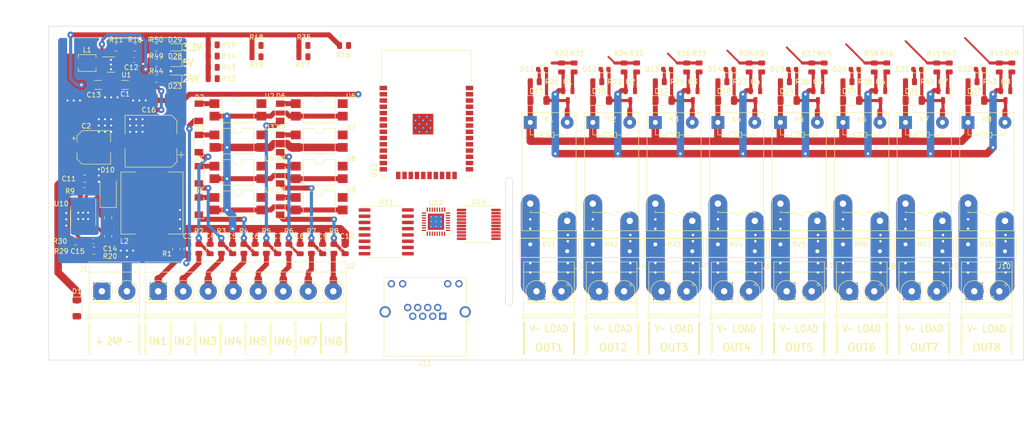
<source format=kicad_pcb>
(kicad_pcb (version 20211014) (generator pcbnew)
  (title_block (title "ESP 8 Relay Module"))
  (layers (0 "F.Cu" signal) (31 "B.Cu" signal) (34 "B.Paste" user) (35 "F.Paste" user) (36 "B.SilkS" user "B.Silkscreen") (37 "F.SilkS" user "F.Silkscreen") (38 "B.Mask" user) (39 "F.Mask" user) (44 "Edge.Cuts" user))
  (net 0 "")
  (net 1 "GNDREF")
  (net 2 "+24V")
  (net 3 "+5V")
  (net 4 "IN1")
  (net 5 "IN2")
  (net 6 "IN3")
  (net 7 "IN4")
  (net 8 "IN5")
  (net 9 "IN6")
  (net 10 "Net-(D2-Pad2)")
  (net 11 "Net-(D3-Pad2)")
  (net 12 "Net-(D4-Pad2)")
  (net 13 "Net-(J2-Pad2)")
  (net 14 "Net-(J2-Pad1)")
  (net 15 "OUT1")
  (net 16 "OUT2")
  (net 17 "OUT3")
  (net 18 "OUT4")
  (net 19 "OUT5")
  (net 20 "OUT6")
  (net 21 "Net-(C3-Pad1)")
  (net 22 "Net-(D19-Pad2)")
  (net 23 "Net-(D21-Pad2)")
  (net 24 "Net-(Q1-Pad1)")
  (net 25 "Net-(Q2-Pad1)")
  (net 26 "Net-(Q3-Pad1)")
  (net 27 "Net-(Q4-Pad1)")
  (net 28 "Net-(Q5-Pad1)")
  (net 29 "Net-(Q6-Pad1)")
  (net 30 "Net-(C4-Pad1)")
  (net 31 "Net-(C5-Pad1)")
  (net 32 "Net-(C6-Pad1)")
  (net 33 "Net-(C7-Pad1)")
  (net 34 "Net-(C8-Pad1)")
  (net 35 "Net-(C9-Pad1)")
  (net 36 "Net-(D5-Pad2)")
  (net 37 "Net-(D6-Pad2)")
  (net 38 "Net-(D7-Pad2)")
  (net 39 "Net-(D8-Pad2)")
  (net 40 "Net-(D9-Pad2)")
  (net 41 "Net-(C10-Pad1)")
  (net 42 "Net-(D11-Pad2)")
  (net 43 "Net-(D13-Pad2)")
  (net 44 "+3.3V")
  (net 45 "Net-(D11-Pad1)")
  (net 46 "Net-(D13-Pad1)")
  (net 47 "Net-(C12-Pad2)")
  (net 48 "Net-(C14-Pad2)")
  (net 49 "Net-(D19-Pad1)")
  (net 50 "Net-(D21-Pad1)")
  (net 51 "Net-(J3-Pad2)")
  (net 52 "Net-(J3-Pad1)")
  (net 53 "Net-(J4-Pad2)")
  (net 54 "Net-(J4-Pad1)")
  (net 55 "Net-(J5-Pad1)")
  (net 56 "Net-(J5-Pad2)")
  (net 57 "Net-(J6-Pad2)")
  (net 58 "Net-(J6-Pad1)")
  (net 59 "Net-(J7-Pad1)")
  (net 60 "Net-(J7-Pad2)")
  (net 61 "Net-(C14-Pad1)")
  (net 62 "Net-(C15-Pad2)")
  (net 63 "+VReg")
  (net 64 "Net-(D12-Pad1)")
  (net 65 "Net-(D23-Pad2)")
  (net 66 "Net-(D12-Pad2)")
  (net 67 "Net-(D14-Pad1)")
  (net 68 "Net-(D14-Pad2)")
  (net 69 "Net-(D20-Pad1)")
  (net 70 "Net-(D20-Pad2)")
  (net 71 "Net-(D22-Pad1)")
  (net 72 "Net-(D22-Pad2)")
  (net 73 "Net-(D28-Pad2)")
  (net 74 "Net-(D29-Pad2)")
  (net 75 "Net-(J2-Pad3)")
  (net 76 "Net-(J2-Pad4)")
  (net 77 "Net-(J2-Pad5)")
  (net 78 "Net-(J2-Pad6)")
  (net 79 "Net-(J2-Pad7)")
  (net 80 "Net-(J2-Pad8)")
  (net 81 "Net-(J8-Pad1)")
  (net 82 "Net-(J8-Pad2)")
  (net 83 "Net-(J9-Pad1)")
  (net 84 "Net-(J9-Pad2)")
  (net 85 "Net-(J10-Pad1)")
  (net 86 "Net-(J10-Pad2)")
  (net 87 "Net-(L1-Pad1)")
  (net 88 "Net-(Q7-Pad1)")
  (net 89 "Net-(Q8-Pad1)")
  (net 90 "Net-(R9-Pad2)")
  (net 91 "IN7")
  (net 92 "IN8")
  (net 93 "Net-(R20-Pad2)")
  (net 94 "OUT7")
  (net 95 "Net-(R35-Pad2)")
  (net 96 "OUT8")
  (net 159 "Net-(U13-Pad1)")
  (footprint "Tales:TerminalBlock_Phoenix_MKDS-3-2-5.08_1x02_P5.08mm_Horizontal" (layer "F.Cu") (at 163.83 118.11)
    (fp_text reference "J3")
    (fp_text value "OUT1")
  )
  (footprint "Tales:Relay_SPST_Omron-G5PZ-1A" (layer "F.Cu") (at 162.56 83.82 -90)
    (fp_text reference "K1")
    (fp_text value "G5PZ-1A")
  )
  (footprint "Tales:RV_Disc_D12mm_W3.9mm_P7.5mm" (layer "F.Cu") (at 162.56 108.585)
    (fp_text reference "RV1")
    (fp_text value "250VAC")
  )
  (footprint "Tales:TerminalBlock_Phoenix_MKDS-3-2-5.08_1x02_P5.08mm_Horizontal" (layer "F.Cu") (at 214.63 118.11)
    (fp_text reference "J7")
    (fp_text value "OUT5")
  )
  (footprint "Tales:TerminalBlock_Phoenix_MKDS-3-2-5.08_1x02_P5.08mm_Horizontal" (layer "F.Cu") (at 176.53 118.11)
    (fp_text reference "J4")
    (fp_text value "OUT2")
  )
  (footprint "Tales:TerminalBlock_Phoenix_MKDS-3-2-5.08_1x02_P5.08mm_Horizontal" (layer "F.Cu") (at 227.33 118.11)
    (fp_text reference "J8")
    (fp_text value "OUT6")
  )
  (footprint "Tales:TerminalBlock_Phoenix_MKDS-3-2-5.08_1x02_P5.08mm_Horizontal" (layer "F.Cu") (at 189.23 118.11)
    (fp_text reference "J5")
    (fp_text value "OUT3")
  )
  (footprint "Tales:TerminalBlock_Phoenix_MKDS-3-2-5.08_1x02_P5.08mm_Horizontal" (layer "F.Cu") (at 240.03 118.11)
    (fp_text reference "J9")
    (fp_text value "OUT7")
  )
  (footprint "Tales:Relay_SPST_Omron-G5PZ-1A" (layer "F.Cu") (at 213.36 83.82 -90)
    (fp_text reference "K5")
    (fp_text value "G5PZ-1A")
  )
  (footprint "Tales:Relay_SPST_Omron-G5PZ-1A" (layer "F.Cu") (at 175.26 83.82 -90)
    (fp_text reference "K2")
    (fp_text value "G5PZ-1A")
  )
  (footprint "Tales:Relay_SPST_Omron-G5PZ-1A" (layer "F.Cu") (at 226.06 83.82 -90)
    (fp_text reference "K6")
    (fp_text value "G5PZ-1A")
  )
  (footprint "Tales:Relay_SPST_Omron-G5PZ-1A" (layer "F.Cu") (at 187.96 83.82 -90)
    (fp_text reference "K3")
    (fp_text value "G5PZ-1A")
  )
  (footprint "Tales:Relay_SPST_Omron-G5PZ-1A" (layer "F.Cu") (at 238.76 83.82 -90)
    (fp_text reference "K7")
    (fp_text value "G5PZ-1A")
  )
  (footprint "Tales:RV_Disc_D12mm_W3.9mm_P7.5mm" (layer "F.Cu") (at 213.36 108.585)
    (fp_text reference "RV5")
    (fp_text value "250VAC")
  )
  (footprint "Tales:RV_Disc_D12mm_W3.9mm_P7.5mm" (layer "F.Cu") (at 175.26 108.585)
    (fp_text reference "RV2")
    (fp_text value "250VAC")
  )
  (footprint "Tales:RV_Disc_D12mm_W3.9mm_P7.5mm" (layer "F.Cu") (at 226.06 108.585)
    (fp_text reference "RV6")
    (fp_text value "250VAC")
  )
  (footprint "Tales:RV_Disc_D12mm_W3.9mm_P7.5mm" (layer "F.Cu") (at 187.96 108.585)
    (fp_text reference "RV3")
    (fp_text value "250VAC")
  )
  (footprint "Tales:RV_Disc_D12mm_W3.9mm_P7.5mm" (layer "F.Cu") (at 238.76 108.585)
    (fp_text reference "RV7")
    (fp_text value "250VAC")
  )
  (footprint "Tales:D_SOD-123" (layer "F.Cu") (at 164.21 79.375)
    (fp_text reference "D15")
    (fp_text value "1N4148/SOD-123")
  )
  (footprint "Tales:LED_0603_1608Metric" (layer "F.Cu") (at 164.9475 73.025 180)
    (fp_text reference "D11")
    (fp_text value "BLUE/0603")
  )
  (footprint "Tales:LED_0603_1608Metric" (layer "F.Cu") (at 215.7475 73.025 180)
    (fp_text reference "D19")
    (fp_text value "BLUE/0603")
  )
  (footprint "Tales:D_SOD-123" (layer "F.Cu") (at 215.01 79.375)
    (fp_text reference "D24")
    (fp_text value "1N4148/SOD-123")
  )
  (footprint "Tales:LED_0603_1608Metric" (layer "F.Cu") (at 177.6475 73.025 180)
    (fp_text reference "D12")
    (fp_text value "BLUE/0603")
  )
  (footprint "Tales:D_SOD-123" (layer "F.Cu") (at 176.91 79.375)
    (fp_text reference "D16")
    (fp_text value "1N4148/SOD-123")
  )
  (footprint "Tales:LED_0603_1608Metric" (layer "F.Cu") (at 228.4475 73.025 180)
    (fp_text reference "D20")
    (fp_text value "BLUE/0603")
  )
  (footprint "Tales:D_SOD-123" (layer "F.Cu") (at 227.71 79.375)
    (fp_text reference "D25")
    (fp_text value "1N4148/SOD-123")
  )
  (footprint "Tales:LED_0603_1608Metric" (layer "F.Cu") (at 190.3475 73.025 180)
    (fp_text reference "D13")
    (fp_text value "BLUE/0603")
  )
  (footprint "Tales:D_SOD-123" (layer "F.Cu") (at 189.61 79.375)
    (fp_text reference "D17")
    (fp_text value "1N4148/SOD-123")
  )
  (footprint "Tales:LED_0603_1608Metric" (layer "F.Cu") (at 241.1475 73.025 180)
    (fp_text reference "D21")
    (fp_text value "BLUE/0603")
  )
  (footprint "Tales:D_SOD-123" (layer "F.Cu") (at 240.41 79.375)
    (fp_text reference "D26")
    (fp_text value "1N4148/SOD-123")
  )
  (footprint "Tales:R_0805_2012Metric" (layer "F.Cu") (at 214.2725 75.565)
    (fp_text reference "R36")
    (fp_text value "4k7/0,125W/0805")
  )
  (footprint "Tales:R_0805_2012Metric" (layer "F.Cu") (at 176.1725 75.565)
    (fp_text reference "R23")
    (fp_text value "4k7/0,125W/0805")
  )
  (footprint "Tales:R_0805_2012Metric" (layer "F.Cu") (at 226.9725 75.565)
    (fp_text reference "R38")
    (fp_text value "4k7/0,125W/0805")
  )
  (footprint "Tales:R_0805_2012Metric" (layer "F.Cu") (at 188.8725 75.565)
    (fp_text reference "R25")
    (fp_text value "4k7/0,125W/0805")
  )
  (footprint "Tales:R_0805_2012Metric" (layer "F.Cu") (at 239.6725 75.565)
    (fp_text reference "R40")
    (fp_text value "4k7/0,125W/0805")
  )
  (footprint "Tales:R_0805_2012Metric" (layer "F.Cu") (at 171.45 72.6675 90)
    (fp_text reference "R31")
    (fp_text value "1k/0,125W/0805")
  )
  (footprint "Tales:R_0805_2012Metric" (layer "F.Cu") (at 222.25 72.6675 90)
    (fp_text reference "R45")
    (fp_text value "1k/0,125W/0805")
  )
  (footprint "Tales:R_0805_2012Metric" (layer "F.Cu") (at 184.15 72.6675 90)
    (fp_text reference "R32")
    (fp_text value "1k/0,125W/0805")
  )
  (footprint "Tales:R_0805_2012Metric" (layer "F.Cu") (at 234.95 72.6675 90)
    (fp_text reference "R46")
    (fp_text value "1k/0,125W/0805")
  )
  (footprint "Tales:R_0805_2012Metric" (layer "F.Cu") (at 196.85 72.6675 90)
    (fp_text reference "R33")
    (fp_text value "1k/0,125W/0805")
  )
  (footprint "Tales:R_0805_2012Metric" (layer "F.Cu") (at 247.65 72.6675 90)
    (fp_text reference "R47")
    (fp_text value "1k/0,125W/0805")
  )
  (footprint "Tales:R_0805_2012Metric" (layer "F.Cu") (at 163.4725 75.565)
    (fp_text reference "R21")
    (fp_text value "4k7/0,125W/0805")
  )
  (footprint "Tales:SOT-23" (layer "F.Cu") (at 233.68 78.375 -90)
    (fp_text reference "Q6")
    (fp_text value "MMBT2222A/SOT-23-3")
  )
  (footprint "Tales:D_MiniMELF" (layer "F.Cu") (at 111.765 100.81 90)
    (fp_text reference "D9")
    (fp_text value "9V1/500mW")
  )
  (footprint "Tales:RV_Disc_D12mm_W3.9mm_P7.5mm" (layer "F.Cu") (at 251.46 108.585)
    (fp_text reference "RV8")
    (fp_text value "250VAC")
  )
  (footprint "Tales:R_0805_2012Metric" (layer "F.Cu") (at 95.255 109.4975 -90)
    (fp_text reference "R2")
    (fp_text value "1k2/0,125W/0805")
  )
  (footprint "Tales:R_0805_2012Metric" (layer "F.Cu") (at 106.9625 70.485)
    (fp_text reference "R19")
    (fp_text value "3k3/0,125W/0805")
  )
  (footprint "Tales:D_MiniMELF" (layer "F.Cu") (at 95.255 81.76 90)
    (fp_text reference "D2")
    (fp_text value "9V1/500mW")
  )
  (footprint "Tales:C_0805_2012Metric" (layer "F.Cu") (at 111.257 109.535 90)
    (fp_text reference "C7")
    (fp_text value "33nF/50V/0805")
  )
  (footprint "Tales:C_0603_1608Metric" (layer "F.Cu") (at 82.1225 71.12 180)
    (fp_text reference "C12")
    (fp_text value "22pF/50V/0603")
  )
  (footprint "Tales:C_0603_1608Metric" (layer "F.Cu") (at 73.805 107.95 180)
    (fp_text reference "C15")
    (fp_text value "12pF/50V/0603")
  )
  (footprint "Tales:SOIC-8-1EP_3.9x4.9mm_P1.27mm_EP2.29x3mm_ThermalVias" (layer "F.Cu") (at 71.76 102.805 -90)
    (fp_text reference "U10")
    (fp_text value "TX4138")
  )
  (footprint "Tales:R_0805_2012Metric" (layer "F.Cu") (at 181.61 72.6675 -90)
    (fp_text reference "R24")
    (fp_text value "10k/0,125W/0805")
  )
  (footprint "Tales:LED_0603_1608Metric" (layer "F.Cu") (at 203.0475 73.025 180)
    (fp_text reference "D14")
    (fp_text value "BLUE/0603")
  )
  (footprint "Tales:R_0805_2012Metric" (layer "F.Cu") (at 106.9625 68.199)
    (fp_text reference "R18")
    (fp_text value "3k3/0,125W/0805")
  )
  (footprint "Tales:R_0805_2012Metric" (layer "F.Cu") (at 98.0725 74.93)
    (fp_text reference "R12")
    (fp_text value "3k3/0,125W/0805")
  )
  (footprint "Tales:R_0805_2012Metric" (layer "F.Cu") (at 73.9425 109.855 180)
    (fp_text reference "R29")
    (fp_text value "300k/0,125W/0805")
  )
  (footprint "Tales:D_MiniMELF" (layer "F.Cu") (at 95.255 88.11 90)
    (fp_text reference "D3")
    (fp_text value "9V1/500mW")
  )
  (footprint "Tales:R_0805_2012Metric" (layer "F.Cu") (at 118.115 109.4975 -90)
    (fp_text reference "R7")
    (fp_text value "1k2/0,125W/0805")
  )
  (footprint "Tales:D_MiniMELF" (layer "F.Cu") (at 111.765 94.46 90)
    (fp_text reference "D8")
    (fp_text value "9V1/500mW")
  )
  (footprint "Tales:R_0805_2012Metric" (layer "F.Cu") (at 78.45 68.58 180)
    (fp_text reference "R11")
    (fp_text value "22,1k/0,125W/0805")
  )
  (footprint "Tales:TerminalBlock_Phoenix_MKDS-3-2-5.08_1x02_P5.08mm_Horizontal" (layer "F.Cu") (at 75.565 118.11)
    (fp_text reference "J1")
    (fp_text value "+24VDC")
  )
  (footprint "Tales:C_0805_2012Metric" (layer "F.Cu") (at 102.113 109.535 90)
    (fp_text reference "C5")
    (fp_text value "33nF/50V/0805")
  )
  (footprint "Tales:R_0805_2012Metric" (layer "F.Cu") (at 104.399 109.4975 -90)
    (fp_text reference "R4")
    (fp_text value "1k2/0,125W/0805")
  )
  (footprint "Tales:R_0805_2012Metric" (layer "F.Cu") (at 219.71 72.6675 -90)
    (fp_text reference "R37")
    (fp_text value "10k/0,125W/0805")
  )
  (footprint "Tales:R_0805_2012Metric" (layer "F.Cu") (at 72.0375 97.79)
    (fp_text reference "R9")
    (fp_text value "30mR/0,250W/0805")
  )
  (footprint "Tales:D_SOD-123" (layer "F.Cu") (at 253.11 79.375)
    (fp_text reference "D27")
    (fp_text value "1N4148/SOD-123")
  )
  (footprint "Tales:LED_0603_1608Metric" (layer "F.Cu") (at 253.8475 73.025 180)
    (fp_text reference "D22")
    (fp_text value "BLUE/0603")
  )
  (footprint "Tales:D_MiniMELF" (layer "F.Cu") (at 111.765 88.11 90)
    (fp_text reference "D7")
    (fp_text value "9V1/500mW")
  )
  (footprint "Package_DFN_QFN:QFN-32-1EP_5x5mm_P0.5mm_EP3.3x3.3mm_ThermalVias" (layer "F.Cu") (at 143.4075 103.985)
    (fp_text reference "U12")
    (fp_text value "LAN8710A")
  )
  (footprint "Tales:R_0805_2012Metric" (layer "F.Cu") (at 98.0725 72.644)
    (fp_text reference "R13")
    (fp_text value "3k3/0,125W/0805")
  )
  (footprint "Tales:R_0805_2012Metric" (layer "F.Cu") (at 209.55 72.6675 90)
    (fp_text reference "R34")
    (fp_text value "1k/0,125W/0805")
  )
  (footprint "Tales:R_0805_2012Metric" (layer "F.Cu") (at 168.91 72.6675 -90)
    (fp_text reference "R22")
    (fp_text value "10k/0,125W/0805")
  )
  (footprint "Tales:C_1206_3216Metric" (layer "F.Cu") (at 80.2825 76.2 180)
    (fp_text reference "C1")
    (fp_text value "10uF/16V/1206")
  )
  (footprint "Tales:LED_0603_1608Metric" (layer "F.Cu") (at 90.3275 71.755 180)
    (fp_text reference "D28")
    (fp_text value "GREEN/0603")
  )
  (footprint "Package_DIP:SMDIP-4_W9.53mm" (layer "F.Cu") (at 103.195 93.98)
    (fp_text reference "U4")
    (fp_text value "LTV-817S")
  )
  (footprint "Tales:R_0805_2012Metric" (layer "F.Cu") (at 207.01 72.6675 -90)
    (fp_text reference "R28")
    (fp_text value "10k/0,125W/0805")
  )
  (footprint "Tales:TerminalBlock_Phoenix_MKDS-3-8-5.08_1x08_P5.08mm_Horizontal" (layer "F.Cu") (at 87 118.11)
    (fp_text reference "J2")
    (fp_text value "INPUTS")
  )
  (footprint "Tales:R_0805_2012Metric" (layer "F.Cu") (at 76.84 106.9575 -90)
    (fp_text reference "R20")
    (fp_text value "5R1/0,125W/0805")
  )
  (footprint "Tales:R_0805_2012Metric" (layer "F.Cu") (at 86.6425 68.58)
    (fp_text reference "R50")
    (fp_text value "330R/0,125W/0805")
  )
  (footprint "Tales:R_0805_2012Metric" (layer "F.Cu") (at 98.0725 70.358)
    (fp_text reference "R14")
    (fp_text value "3k3/0,125W/0805")
  )
  (footprint "Package_DIP:SMDIP-4_W9.53mm" (layer "F.Cu") (at 103.195 87.63)
    (fp_text reference "U3")
    (fp_text value "LTV-817S")
  )
  (footprint "Tales:R_0805_2012Metric" (layer "F.Cu") (at 86.6425 74.93)
    (fp_text reference "R44")
    (fp_text value "5k6/0,125W/0805")
  )
  (footprint "Package_DIP:SMDIP-4_W9.53mm" (layer "F.Cu") (at 119.705 100.33)
    (fp_text reference "U9")
    (fp_text value "LTV-817S")
  )
  (footprint "Tales:TerminalBlock_Phoenix_MKDS-3-2-5.08_1x02_P5.08mm_Horizontal" (layer "F.Cu") (at 252.73 118.11)
    (fp_text reference "J10")
    (fp_text value "OUT8")
  )
  (footprint "Tales:Relay_SPST_Omron-G5PZ-1A" (layer "F.Cu") (at 200.66 83.82 -90)
    (fp_text reference "K4")
    (fp_text value "G5PZ-1A")
  )
  (footprint "Tales:SOT-23" (layer "F.Cu") (at 195.58 78.375 -90)
    (fp_text reference "Q3")
    (fp_text value "MMBT2222A/SOT-23-3")
  )
  (footprint "Tales:R_0805_2012Metric" (layer "F.Cu") (at 245.115 72.6675 -90)
    (fp_text reference "R41")
    (fp_text value "10k/0,125W/0805")
  )
  (footprint "Tales:Relay_SPST_Omron-G5PZ-1A" (layer "F.Cu") (at 251.46 83.82 -90)
    (fp_text reference "K8")
    (fp_text value "G5PZ-1A")
  )
  (footprint "Tales:R_0805_2012Metric" (layer "F.Cu") (at 232.41 72.6675 -90)
    (fp_text reference "R39")
    (fp_text value "10k/0,125W/0805")
  )
  (footprint "Tales:SOT-23" (layer "F.Cu") (at 182.88 78.375 -90)
    (fp_text reference "Q2")
    (fp_text value "MMBT2222A/SOT-23-3")
  )
  (footprint "Tales:SOT-23" (layer "F.Cu") (at 246.38 78.375 -90)
    (fp_text reference "Q7")
    (fp_text value "MMBT2222A/SOT-23-3")
  )
  (footprint "Tales:D_SMA" (layer "F.Cu") (at 76.84 97.695 90)
    (fp_text reference "D10")
    (fp_text value "SS510")
  )
  (footprint "Tales:LED_0603_1608Metric" (layer "F.Cu") (at 90.3275 74.93 180)
    (fp_text reference "D23")
    (fp_text value "GREEN/0603")
  )
  (footprint "Tales:D_SOD-123" (layer "F.Cu") (at 202.31 79.375)
    (fp_text reference "D18")
    (fp_text value "1N4148/SOD-123")
  )
  (footprint "Tales:R_0805_2012Metric" (layer "F.Cu") (at 82.26 68.58 180)
    (fp_text reference "R10")
    (fp_text value "100k/0,125W/0805")
  )
  (footprint "Tales:C_1206_3216Metric" (layer "F.Cu") (at 74.7925 76.2)
    (fp_text reference "C13")
    (fp_text value "10uF/16V/1206")
  )
  (footprint "Tales:CP_Elec_10x10" (layer "F.Cu") (at 85.54 87.63 180)
    (fp_text reference "C16")
    (fp_text value "470uF/16V/10x10")
  )
  (footprint "Tales:R_0805_2012Metric" (layer "F.Cu") (at 194.31 72.6675 -90)
    (fp_text reference "R26")
    (fp_text value "10k/0,125W/0805")
  )
  (footprint "Tales:R_0805_2012Metric" (layer "F.Cu") (at 122.687 109.4975 -90)
    (fp_text reference "R8")
    (fp_text value "1k2/0,125W/0805")
  )
  (footprint "Tales:C_0805_2012Metric" (layer "F.Cu") (at 92.969 109.535 90)
    (fp_text reference "C3")
    (fp_text value "33nF/50V/0805")
  )
  (footprint "Tales:TerminalBlock_Phoenix_MKDS-3-2-5.08_1x02_P5.08mm_Horizontal" (layer "F.Cu") (at 201.93 118.11)
    (fp_text reference "J6")
    (fp_text value "OUT4")
  )
  (footprint "Package_DIP:SMDIP-4_W9.53mm" (layer "F.Cu") (at 119.705 87.63)
    (fp_text reference "U7")
    (fp_text value "LTV-817S")
  )
  (footprint "Tales:R_0805_2012Metric" (layer "F.Cu") (at 252.3725 75.565)
    (fp_text reference "R42")
    (fp_text value "4k7/0,125W/0805")
  )
  (footprint "Tales:TSOT-23-5" (layer "F.Cu") (at 77.405 72.07)
    (fp_text reference "U1")
    (fp_text value "SY8089A1AAC")
  )
  (footprint "Tales:SOT-23" (layer "F.Cu") (at 170.18 78.375 -90)
    (fp_text reference "Q1")
    (fp_text value "MMBT2222A/SOT-23-3")
  )
  (footprint "Connector_RJ:RJ45_Amphenol_RJHSE538X" (layer "F.Cu") (at 144.78 123.19 180)
    (fp_text reference "J11")
    (fp_text value "RJ45_LED")
  )
  (footprint "Tales:SO-16_7.5x10.3mm_P1.27mm" (layer "F.Cu") (at 133.305 106.045)
    (fp_text reference "U11")
    (fp_text value "PCF8574")
  )
  (footprint "Package_SO:SSOP-20_5.3x7.2mm_P0.65mm" (layer "F.Cu") (at 152.09 104.525)
    (fp_text reference "U14")
    (fp_text value "CH340T")
  )
  (footprint "Tales:D_SOD-123" (layer "F.Cu") (at 70.49 121.54 -90)
    (fp_text reference "D1")
    (fp_text value "SM4007PL/SOD-123")
  )
  (footprint "Package_DIP:SMDIP-4_W9.53mm" (layer "F.Cu") (at 119.705 93.98)
    (fp_text reference "U8")
    (fp_text value "LTV-817S")
  )
  (footprint "Tales:RV_Disc_D12mm_W3.9mm_P7.5mm" (layer "F.Cu") (at 200.66 108.585)
    (fp_text reference "RV4")
    (fp_text value "250VAC")
  )
  (footprint "Tales:R_0805_2012Metric" (layer "F.Cu") (at 99.827 109.4975 -90)
    (fp_text reference "R3")
    (fp_text value "1k2/0,125W/0805")
  )
  (footprint "Tales:R_0805_2012Metric" (layer "F.Cu") (at 124.7425 68.199)
    (fp_text reference "R16")
    (fp_text value "3k3/0,125W/0805")
  )
  (footprint "Tales:SOT-23" (layer "F.Cu") (at 220.98 78.375 -90)
    (fp_text reference "Q5")
    (fp_text value "MMBT2222A/SOT-23-3")
  )
  (footprint "Package_DIP:SMDIP-4_W9.53mm" (layer "F.Cu") (at 103.195 81.28)
    (fp_text reference "U2")
    (fp_text value "LTV-817S")
  )
  (footprint "Tales:R_0805_2012Metric" (layer "F.Cu") (at 201.5725 75.565)
    (fp_text reference "R27")
    (fp_text value "4k7/0,125W/0805")
  )
  (footprint "Tales:C_0805_2012Metric" (layer "F.Cu") (at 76.84 103.19 90)
    (fp_text reference "C14")
    (fp_text value "0,1uF/50V/0805")
  )
  (footprint "Tales:C_0805_2012Metric" (layer "F.Cu") (at 97.541 109.535 90)
    (fp_text reference "C4")
    (fp_text value "33nF/50V/0805")
  )
  (footprint "Tales:C_0805_2012Metric" (layer "F.Cu") (at 106.685 109.535 90)
    (fp_text reference "C6")
    (fp_text value "33nF/50V/0805")
  )
  (footprint "RF_Module:ESP32-WROOM-32" (layer "F.Cu") (at 141.465 85.085)
    (fp_text reference "U13")
    (fp_text value "ESP32-WROOM-32")
  )
  (footprint "Tales:C_0805_2012Metric" (layer "F.Cu") (at 124.973 109.535 90)
    (fp_text reference "C10")
    (fp_text value "33nF/50V/0805")
  )
  (footprint "Tales:C_0805_2012Metric" (layer "F.Cu") (at 72.075 95.25)
    (fp_text reference "C11")
    (fp_text value "0,1uF/50V/0805")
  )
  (footprint "Tales:LED_0603_1608Metric" (layer "F.Cu") (at 90.3275 68.58 180)
    (fp_text reference "D29")
    (fp_text value "GREEN/0603")
  )
  (footprint "Tales:R_0805_2012Metric" (layer "F.Cu") (at 116.4875 68.199)
    (fp_text reference "R35")
    (fp_text value "4k7/0,125W/0805")
  )
  (footprint "Tales:D_MiniMELF" (layer "F.Cu") (at 95.255 94.46 90)
    (fp_text reference "D4")
    (fp_text value "9V1/500mW")
  )
  (footprint "Tales:R_0805_2012Metric" (layer "F.Cu") (at 116.4875 70.485)
    (fp_text reference "R17")
    (fp_text value "3k3/0,125W/0805")
  )
  (footprint "Tales:R_0805_2012Metric" (layer "F.Cu") (at 113.543 109.4975 -90)
    (fp_text reference "R6")
    (fp_text value "1k2/0,125W/0805")
  )
  (footprint "Package_DIP:SMDIP-4_W9.53mm" (layer "F.Cu") (at 103.195 100.33)
    (fp_text reference "U5")
    (fp_text value "LTV-817S")
  )
  (footprint "Tales:C_0805_2012Metric" (layer "F.Cu") (at 115.829 109.535 90)
    (fp_text reference "C8")
    (fp_text value "33nF/50V/0805")
  )
  (footprint "Tales:R_0805_2012Metric" (layer "F.Cu") (at 98.0725 68.072)
    (fp_text reference "R15")
    (fp_text value "3k3/0,125W/0805")
  )
  (footprint "Tales:R_0805_2012Metric" (layer "F.Cu") (at 86.6425 71.755)
    (fp_text reference "R49")
    (fp_text value "820R/0,125W/0805")
  )
  (footprint "Tales:SOT-23" (layer "F.Cu") (at 259.08 78.375 -90)
    (fp_text reference "Q8")
    (fp_text value "MMBT2222A/SOT-23-3")
  )
  (footprint "Tales:R_0805_2012Metric" (layer "F.Cu") (at 260.35 72.6675 90)
    (fp_text reference "R48")
    (fp_text value "1k/0,125W/0805")
  )
  (footprint "Tales:CP_Elec_6.3x5.4" (layer "F.Cu") (at 73.925 88.9)
    (fp_text reference "C2")
    (fp_text value "47uF/35V/6,3x5,4")
  )
  (footprint "Package_DIP:SMDIP-4_W9.53mm" (layer "F.Cu") (at 119.705 81.28)
    (fp_text reference "U6")
    (fp_text value "LTV-817S")
  )
  (footprint "Tales:R_0805_2012Metric" (layer "F.Cu") (at 108.971 109.4975 -90)
    (fp_text reference "R5")
    (fp_text value "1k2/0,125W/0805")
  )
  (footprint "Tales:R_0805_2012Metric" (layer "F.Cu") (at 90.683 109.4975 -90)
    (fp_text reference "R1")
    (fp_text value "1k2/0,125W/0805")
  )
  (footprint "Tales:D_MiniMELF" (layer "F.Cu") (at 111.765 81.76 90)
    (fp_text reference "D6")
    (fp_text value "9V1/500mW")
  )
  (footprint "Tales:R_0805_2012Metric" (layer "F.Cu") (at 257.81 72.6675 -90)
    (fp_text reference "R43")
    (fp_text value "10k/0,125W/0805")
  )
  (footprint "Tales:R_0805_2012Metric" (layer "F.Cu") (at 70.2125 107.95 180)
    (fp_text reference "R30")
    (fp_text value "57,6k/0,125W/0805")
  )
  (footprint "Tales:C_0805_2012Metric" (layer "F.Cu") (at 120.401 109.535 90)
    (fp_text reference "C9")
    (fp_text value "33nF/50V/0805")
  )
  (footprint "Tales:L_3x3_H1.5" (layer "F.Cu") (at 72.5775 71.755 180)
    (fp_text reference "L1")
    (fp_text value "2,2uH 1,5A")
  )
  (footprint "Tales:D_MiniMELF" (layer "F.Cu") (at 95.255 100.81 90)
    (fp_text reference "D5")
    (fp_text value "9V1/500mW")
  )
  (footprint "Tales:L_12x12mm_H6mm" (layer "F.Cu") (at 85.73 100.2 90)
    (fp_text reference "L2")
    (fp_text value "33uH 2,1A")
  )
  (footprint "Tales:SOT-23" (layer "F.Cu") (at 208.28 78.375 -90)
    (fp_text reference "Q4")
    (fp_text value "MMBT2222A/SOT-23-3")
  )
  (gr_line (start 83.19 124.46) (end 83.19 130.81) (layer "F.SilkS") (width 0.35))
  (gr_line (start 250.14 124.46) (end 250.14 130.81) (layer "F.SilkS") (width 0.35))
  (gr_line (start 196.85 124.46) (end 196.85 130.81) (layer "F.SilkS") (width 0.35))
  (gr_line (start 171.45 124.46) (end 171.45 130.81) (layer "F.SilkS") (width 0.35))
  (gr_line (start 84.41 124.46) (end 84.41 130.81) (layer "F.SilkS") (width 0.35))
  (gr_line (start 222.25 124.46) (end 222.25 130.81) (layer "F.SilkS") (width 0.35))
  (gr_line (start 234.95 124.46) (end 234.95 130.81) (layer "F.SilkS") (width 0.35))
  (gr_line (start 89.49 124.46) (end 89.49 130.81) (layer "F.SilkS") (width 0.35))
  (gr_line (start 209.55 124.46) (end 209.55 130.81) (layer "F.SilkS") (width 0.35))
  (gr_line (start 94.57 124.46) (end 94.57 130.81) (layer "F.SilkS") (width 0.35))
  (gr_line (start 184.51 124.46) (end 184.51 130.81) (layer "F.SilkS") (width 0.35))
  (gr_line (start 99.65 124.46) (end 99.65 130.81) (layer "F.SilkS") (width 0.35))
  (gr_line (start 173.99 124.46) (end 173.99 130.81) (layer "F.SilkS") (width 0.35))
  (gr_line (start 114.89 124.46) (end 114.89 130.81) (layer "F.SilkS") (width 0.35))
  (gr_line (start 125.1 124.46) (end 125.1 130.81) (layer "F.SilkS") (width 0.35))
  (gr_line (start 104.73 124.46) (end 104.73 130.81) (layer "F.SilkS") (width 0.35))
  (gr_line (start 260.3 124.46) (end 260.3 130.81) (layer "F.SilkS") (width 0.35))
  (gr_line (start 199.39 124.46) (end 199.39 130.81) (layer "F.SilkS") (width 0.35))
  (gr_line (start 73.03 124.46) (end 73.03 130.81) (layer "F.SilkS") (width 0.35))
  (gr_line (start 120.02 124.46) (end 120.02 130.81) (layer "F.SilkS") (width 0.35))
  (gr_line (start 186.69 124.46) (end 186.69 130.81) (layer "F.SilkS") (width 0.35))
  (gr_line (start 212.09 124.46) (end 212.09 130.81) (layer "F.SilkS") (width 0.35))
  (gr_line (start 109.81 124.46) (end 109.81 130.81) (layer "F.SilkS") (width 0.35))
  (gr_line (start 247.65 124.46) (end 247.65 130.81) (layer "F.SilkS") (width 0.35))
  (gr_line (start 161.29 124.46) (end 161.29 130.81) (layer "F.SilkS") (width 0.35))
  (gr_line (start 224.79 124.46) (end 224.79 130.81) (layer "F.SilkS") (width 0.35))
  (gr_line (start 237.49 124.46) (end 237.49 130.81) (layer "F.SilkS") (width 0.35))
  (gr_arc (start 157.5 95.75) (mid 158.25 95) (end 159 95.75) (layer "Edge.Cuts") (width 0.1))
  (gr_rect (start 64.77 64.28) (end 262.77 132.08) (layer "Edge.Cuts") (width 0.1) (fill none))
  (gr_line (start 159 120.25) (end 159 95.75) (layer "Edge.Cuts") (width 0.1))
  (gr_line (start 157.5 95.75) (end 157.5 120.25) (layer "Edge.Cuts") (width 0.1))
  (gr_arc (start 159 120.25) (mid 158.25 121) (end 157.5 120.25) (layer "Edge.Cuts") (width 0.1))
  (gr_text "OUT2" (at 179.37 129.54) (layer "F.SilkS") (effects (font (size 1.5 1.5) (thickness 0.25))))
  (gr_text "OUT1" (at 166.37 129.54) (layer "F.SilkS") (effects (font (size 1.5 1.5) (thickness 0.25))))
  (gr_text "OUT3" (at 191.77 129.54) (layer "F.SilkS") (effects (font (size 1.5 1.5) (thickness 0.25))))
  (gr_text "24V" (at 91.8125 74.93) (layer "F.SilkS") (effects (font (size 1.4 1.2) (thickness 0.25)) (justify left)))
  (gr_text "OUT5" (at 217.17 129.54) (layer "F.SilkS") (effects (font (size 1.5 1.5) (thickness 0.25))))
  (gr_text "OUT4" (at 204.47 129.54) (layer "F.SilkS") (effects (font (size 1.5 1.5) (thickness 0.25))))
  (gr_text "OUT6" (at 229.87 129.54) (layer "F.SilkS") (effects (font (size 1.5 1.5) (thickness 0.25))))
  (gr_text "3,3V" (at 91.8125 68.58) (layer "F.SilkS") (effects (font (size 1.4 1.2) (thickness 0.25)) (justify left)))
  (gr_text "+ 24V -" (at 78.11 128.27) (layer "F.SilkS") (effects (font (size 1.5 1.1) (thickness 0.25))))
  (gr_text "V~ LOAD" (at 229.87 125.73) (layer "F.SilkS") (effects (font (size 1.5 1.3) (thickness 0.2))))
  (gr_text "IN5" (at 107.27 128.27) (layer "F.SilkS") (effects (font (size 1.5 1.5) (thickness 0.25))))
  (gr_text "V~ LOAD" (at 242.57 125.73) (layer "F.SilkS") (effects (font (size 1.5 1.3) (thickness 0.2))))
  (gr_text "IN8" (at 122.56 128.27) (layer "F.SilkS") (effects (font (size 1.5 1.5) (thickness 0.25))))
  (gr_text "OUT8" (at 255.22 129.54) (layer "F.SilkS") (effects (font (size 1.5 1.5) (thickness 0.25))))
  (gr_text "V~ LOAD" (at 217.17 125.73) (layer "F.SilkS") (effects (font (size 1.5 1.3) (thickness 0.2))))
  (gr_text "IN4" (at 102.19 128.27) (layer "F.SilkS") (effects (font (size 1.5 1.5) (thickness 0.25))))
  (gr_text "V~ LOAD" (at 255.22 125.73) (layer "F.SilkS") (effects (font (size 1.5 1.3) (thickness 0.2))))
  (gr_text "OUT7" (at 242.57 129.54) (layer "F.SilkS") (effects (font (size 1.5 1.5) (thickness 0.25))))
  (gr_text "V~ LOAD" (at 179.37 125.73) (layer "F.SilkS") (effects (font (size 1.5 1.3) (thickness 0.2))))
  (gr_text "IN6" (at 112.35 128.27) (layer "F.SilkS") (effects (font (size 1.5 1.5) (thickness 0.25))))
  (gr_text "IN7" (at 117.48 128.27) (layer "F.SilkS") (effects (font (size 1.5 1.5) (thickness 0.25))))
  (gr_text "IN3" (at 97.11 128.27) (layer "F.SilkS") (effects (font (size 1.5 1.5) (thickness 0.25))))
  (gr_text "5V" (at 91.8125 71.755) (layer "F.SilkS") (effects (font (size 1.4 1.2) (thickness 0.25)) (justify left)))
  (gr_text "V~ LOAD" (at 204.47 125.73) (layer "F.SilkS") (effects (font (size 1.5 1.3) (thickness 0.2))))
  (gr_text "V~ LOAD" (at 166.37 125.73) (layer "F.SilkS") (effects (font (size 1.5 1.3) (thickness 0.2))))
  (gr_text "IN2" (at 92.03 128.27) (layer "F.SilkS") (effects (font (size 1.5 1.5) (thickness 0.25))))
  (gr_text "V~ LOAD" (at 191.77 125.73) (layer "F.SilkS") (effects (font (size 1.5 1.3) (thickness 0.2))))
  (gr_text "IN1" (at 86.95 128.27) (layer "F.SilkS") (effects (font (size 1.5 1.5) (thickness 0.25))))
  (segment (start 123.957 105.41) (end 106.685 105.41) (width 1.524) (layer "F.Cu") (net 1))
  (segment (start 218.44 90.17) (end 231.14 90.17) (width 1.524) (layer "F.Cu") (net 1))
  (segment (start 113.03 100.965) (end 113.665 101.6) (width 1.016) (layer "F.Cu") (net 1))
  (segment (start 219.17 77.375) (end 218.44 78.105) (width 1.016) (layer "F.Cu") (net 1))
  (segment (start 207.33 77.375) (end 206.47 77.375) (width 1.016) (layer "F.Cu") (net 1))
  (segment (start 113.665 101.6) (end 114.935 101.6) (width 1.016) (layer "F.Cu") (net 1))
  (segment (start 80.65 109.855) (end 81.92 109.855) (width 1.905) (layer "F.Cu") (net 1))
  (segment (start 258.13 77.375) (end 258.13 73.9) (width 0.635) (layer "F.Cu") (net 1))
  (segment (start 205.74 90.17) (end 218.44 90.17) (width 1.524) (layer "F.Cu") (net 1))
  (segment (start 91.115 71.755) (end 91.115 74.93) (width 0.635) (layer "F.Cu") (net 1))
  (segment (start 107.955 95.25) (end 109.855 95.25) (width 1.016) (layer "F.Cu") (net 1))
  (segment (start 245.43 77.375) (end 245.43 73.895) (width 0.635) (layer "F.Cu") (net 1))
  (segment (start 107.96 88.9) (end 109.733 88.9) (width 1.524) (layer "F.Cu") (net 1))
  (segment (start 255.27 90.17) (end 256.54 88.9) (width 1.524) (layer "F.Cu") (net 1))
  (segment (start 193.77 77.375) (end 193.04 78.105) (width 1.016) (layer "F.Cu") (net 1))
  (segment (start 181.07 77.375) (end 180.34 78.105) (width 1.016) (layer "F.Cu") (net 1))
  (segment (start 245.43 77.375) (end 244.57 77.375) (width 1.016) (layer "F.Cu") (net 1))
  (segment (start 111.257 108.585) (end 111.257 105.41) (width 1.016) (layer "F.Cu") (net 1))
  (segment (start 124.973 108.585) (end 124.973 106.426) (width 1.524) (layer "F.Cu") (net 1))
  (segment (start 97.541 108.585) (end 97.541 105.41) (width 1.016) (layer "F.Cu") (net 1))
  (segment (start 258.13 77.375) (end 257.27 77.375) (width 1.016) (layer "F.Cu") (net 1))
  (segment (start 113.035 81.915) (end 113.67 82.55) (width 1.016) (layer "F.Cu") (net 1))
  (segment (start 102.113 108.585) (end 102.113 105.41) (width 1.016) (layer "F.Cu") (net 1))
  (segment (start 107.96 82.55) (end 109.86 82.55) (width 1.016) (layer "F.Cu") (net 1))
  (segment (start 113.162 88.138) (end 113.924 88.9) (width 1.524) (layer "F.Cu") (net 1))
  (segment (start 194.63 77.375) (end 194.63 73.9) (width 0.635) (layer "F.Cu") (net 1))
  (segment (start 207.33 77.375) (end 207.33 73.9) (width 0.635) (layer "F.Cu") (net 1))
  (segment (start 181.93 77.375) (end 181.93 73.9) (width 0.635) (layer "F.Cu") (net 1))
  (segment (start 89.54 73.406) (end 91.1148 73.406) (width 0.635) (layer "F.Cu") (net 1))
  (segment (start 77.4105 71.12) (end 77.4105 68.707) (width 0.635) (layer "F.Cu") (net 1))
  (segment (start 115.829 108.585) (end 115.829 105.41) (width 1.016) (layer "F.Cu") (net 1))
  (segment (start 98.43 95.25) (end 100.97 95.25) (width 1.016) (layer "F.Cu") (net 1))
  (segment (start 91.445 101.6) (end 91.445 105.41) (width 1.524) (layer "F.Cu") (net 1))
  (segment (start 110.495 88.138) (end 113.162 88.138) (width 1.524) (layer "F.Cu") (net 1))
  (segment (start 113.924 88.9) (end 114.94 88.9) (width 1.524) (layer "F.Cu") (net 1))
  (segment (start 110.49 100.965) (end 113.03 100.965) (width 1.016) (layer "F.Cu") (net 1))
  (segment (start 76.205 72.07) (end 77.405 72.07) (width 0.635) (layer "F.Cu") (net 1))
  (segment (start 113.665 95.25) (end 114.935 95.25) (width 1.016) (layer "F.Cu") (net 1))
  (segment (start 100.97 88.9) (end 107.96 88.9) (width 1.524) (layer "F.Cu") (net 1))
  (segment (start 68.331 106.981) (end 69.3 107.95) (width 0.635) (layer "F.Cu") (net 1))
  (segment (start 106.685 108.585) (end 106.685 105.41) (width 1.016) (layer "F.Cu") (net 1))
  (segment (start 113.67 82.55) (end 114.94 82.55) (width 1.016) (layer "F.Cu") (net 1))
  (segment (start 92.969 105.41) (end 91.445 105.41) (width 1.524) (layer "F.Cu") (net 1))
  (segment (start 78.8075 76.2) (end 76.2675 76.2) (width 0.635) (layer "F.Cu") (net 1))
  (segment (start 120.401 108.585) (end 120.401 105.41) (width 1.016) (layer "F.Cu") (net 1))
  (segment (start 80.65 109.855) (end 79.38 109.855) (width 1.905) (layer "F.Cu") (net 1))
  (segment (start 100.97 95.25) (end 107.96 95.25) (width 1.016) (layer "F.Cu") (net 1))
  (segment (start 100.97 101.6) (end 107.96 101.6) (width 1.016) (layer "F.Cu") (net 1))
  (segment (start 167.64 90.17) (end 180.34 90.17) (width 1.524) (layer "F.Cu") (net 1))
  (segment (start 80.65 109.855) (end 80.65 118.11) (width 1.905) (layer "F.Cu") (net 1))
  (segment (start 69.22 100.33) (end 68.331 101.219) (width 0.635) (layer "F.Cu") (net 1))
  (segment (start 257.27 77.375) (end 256.54 78.105) (width 1.016) (layer "F.Cu") (net 1))
  (segment (start 77.995 87.63) (end 81.54 87.63) (width 0.635) (layer "F.Cu") (net 1))
  (segment (start 114.94 88.9) (end 124.47 88.9) (width 1.524) (layer "F.Cu") (net 1))
  (segment (start 232.73 77.375) (end 232.73 73.9) (width 0.635) (layer "F.Cu") (net 1))
  (segment (start 194.63 77.375) (end 193.77 77.375) (width 1.016) (layer "F.Cu") (net 1))
  (segment (start 231.14 90.17) (end 243.84 90.17) (width 1.524) (layer "F.Cu") (net 1))
  (segment (start 77.4105 68.707) (end 77.5375 68.58) (width 0.635) (layer "F.Cu") (net 1))
  (segment (start 69.855 100.33) (end 69.22 100.33) (width 0.635) (layer "F.Cu") (net 1))
  (segment (start 109.855 95.25) (end 110.49 94.615) (width 1.016) (layer "F.Cu") (net 1))
  (segment (start 107.955 101.6) (end 109.855 101.6) (width 1.016) (layer "F.Cu") (net 1))
  (segment (start 180.34 90.17) (end 193.04 90.17) (width 1.524) (layer "F.Cu") (net 1))
  (segment (start 76.725 88.9) (end 77.995 87.63) (width 0.635) (layer "F.Cu") (net 1))
  (segment (start 98.43 82.55) (end 100.97 82.55) (width 1.016) (layer "F.Cu") (net 1))
  (segment (start 114.94 82.55) (end 124.47 82.55) (width 1.016) (layer "F.Cu") (net 1))
  (segment (start 76.205 76.2625) (end 76.2675 76.2) (width 0.635) (layer "F.Cu") (net 1))
  (segment (start 98.43 101.6) (end 100.97 101.6) (width 1.016) (layer "F.Cu") (net 1))
  (segment (start 168.37 77.375) (end 167.64 78.105) (width 1.016) (layer "F.Cu") (net 1))
  (segment (start 113.03 94.615) (end 113.665 95.25) (width 1.016) (layer "F.Cu") (net 1))
  (segment (start 110.495 81.915) (end 113.035 81.915) (width 1.016) (layer "F.Cu") (net 1))
  (segment (start 92.969 105.41) (end 92.969 108.585) (width 1.016) (layer "F.Cu") (net 1))
  (segment (start 98.43 88.9) (end 100.97 88.9) (width 1.524) (layer "F.Cu") (net 1))
  (segment (start 220.03 77.375) (end 220.03 73.9) (width 0.635) (layer "F.Cu") (net 1))
  (segment (start 232.73 77.375) (end 231.87 77.375) (width 1.016) (layer "F.Cu") (net 1))
  (segment (start 100.97 82.55) (end 107.96 82.55) (width 1.016) (layer "F.Cu") (net 1))
  (segment (start 181.93 77.375) (end 181.07 77.375) (width 1.016) (layer "F.Cu") (net 1))
  (segment (start 76.205 78.74) (end 76.205 76.2625) (width 0.635) (layer "F.Cu") (net 1))
  (segment (start 244.57 77.375) (end 243.84 78.105) (width 1.016) (layer "F.Cu") (net 1))
  (segment (start 193.04 90.17) (end 205.74 90.17) (width 1.524) (layer "F.Cu") (net 1))
  (segment (start 124.973 106.426) (end 123.957 105.41) (width 1.524) (layer "F.Cu") (net 1))
  (segment (start 169.23 77.375) (end 168.37 77.375) (width 1.016) (layer "F.Cu") (net 1))
  (segment (start 102.113 105.41) (end 92.969 105.41) (width 1.524) (layer "F.Cu") (net 1))
  (segment (start 109.86 82.55) (end 110.495 81.915) (width 1.016) (layer "F.Cu") (net 1))
  (segment (start 206.47 77.375) (end 205.74 78.105) (width 1.016) (layer "F.Cu") (net 1))
  (segment (start 110.49 94.615) (end 113.03 94.615) (width 1.016) (layer "F.Cu") (net 1))
  (segment (start 231.87 77.375) (end 231.14 78.105) (width 1.016) (layer "F.Cu") (net 1))
  (segment (start 109.855 101.6) (end 110.49 100.965) (width 1.016) (layer "F.Cu") (net 1))
  (segment (start 114.94 95.25) (end 124.47 95.25) (width 1.016) (layer "F.Cu") (net 1))
  (segment (start 109.733 88.9) (end 110.495 88.138) (width 1.524) (layer "F.Cu") (net 1))
  (segment (start 114.94 101.6) (end 124.47 101.6) (width 1.016) (layer "F.Cu") (net 1))
  (segment (start 68.331 101.219) (end 68.331 106.981) (width 0.635) (layer "F.Cu") (net 1))
  (segment (start 220.03 77.375) (end 219.17 77.375) (width 1.016) (layer "F.Cu") (net 1))
  (segment (start 169.23 77.375) (end 169.23 73.9) (width 0.635) (layer "F.Cu") (net 1))
  (segment (start 102.113 105.41) (end 106.685 105.41) (width 1.524) (layer "F.Cu") (net 1))
  (segment (start 91.115 68.58) (end 91.115 71.755) (width 0.635) (layer "F.Cu") (net 1))
  (segment (start 243.84 90.17) (end 255.27 90.17) (width 1.524) (layer "F.Cu") (net 1))
  (via (at 180.34 90.17) (size 1.3) (drill 0.5) (layers "F.Cu" "B.Cu") (net 1))
  (via (at 74.935 83.185) (size 0.8) (drill 0.4) (layers "F.Cu" "B.Cu") (net 1))
  (via (at 77.405 72.07) (size 0.8) (drill 0.4) (layers "F.Cu" "B.Cu") (net 1))
  (via (at 100.97 95.25) (size 1.3) (drill 0.5) (layers "F.Cu" "B.Cu") (net 1))
  (via (at 68.331 104.775) (size 0.8) (drill 0.4) (layers "F.Cu" "B.Cu") (net 1))
  (via (at 82.555 83.185) (size 0.8) (drill 0.4) (layers "F.Cu" "B.Cu") (net 1))
  (via (at 79.38 109.855) (size 0.8) (drill 0.4) (layers "F.Cu" "B.Cu") (net 1))
  (via (at 80.65 109.855) (size 0.8) (drill 0.4) (layers "F.Cu" "B.Cu") (net 1))
  (via (at 74.935 84.455) (size 0.8) (drill 0.4) (layers "F.Cu" "B.Cu") (net 1))
  (via (at 77.475 85.725) (size 0.8) (drill 0.4) (layers "F.Cu" "B.Cu") (net 1))
  (via (at 77.475 83.185) (size 0.8) (drill 0.4) (layers "F.Cu" "B.Cu") (net 1))
  (via (at 243.84 78.105) (size 1.3) (drill 0.5) (layers "F.Cu" "B.Cu") (net 1))
  (via (at 83.825 83.185) (size 0.8) (drill 0.4) (layers "F.Cu" "B.Cu") (net 1))
  (via (at 76.205 83.185) (size 0.8) (drill 0.4) (layers "F.Cu" "B.Cu") (net 1))
  (via (at 83.825 85.725) (size 0.8) (drill 0.4) (layers "F.Cu" "B.Cu") (net 1))
  (via (at 89.54 73.406) (size 1.3) (drill 0.5) (layers "F.Cu" "B.Cu") (net 1))
  (via (at 74.935 94.615) (size 0.8) (drill 0.4) (layers "F.Cu" "B.Cu") (net 1))
  (via (at 76.205 78.74) (size 0.8) (drill 0.4) (layers "F.Cu" "B.Cu") (net 1))
  (via (at 180.34 78.105) (size 1.3) (drill 0.5) (layers "F.Cu" "B.Cu") (net 1))
  (via (at 80.65 111.125) (size 0.8) (drill 0.4) (layers "F.Cu" "B.Cu") (net 1))
  (via (at 76.205 85.725) (size 0.8) (drill 0.4) (layers "F.Cu" "B.Cu") (net 1))
  (via (at 205.74 78.105) (size 1.3) (drill 0.5) (layers "F.Cu" "B.Cu") (net 1))
  (via (at 193.04 78.105) (size 1.3) (drill 0.5) (layers "F.Cu" "B.Cu") (net 1))
  (via (at 81.92 79.375) (size 0.8) (drill 0.4) (layers "F.Cu" "B.Cu") (net 1))
  (via (at 68.331 102.235) (size 0.8) (drill 0.4) (layers "F.Cu" "B.Cu") (net 1))
  (via (at 71.125 79.375) (size 0.8) (drill 0.4) (layers "F.Cu" "B.Cu") (net 1))
  (via (at 91.445 103.505) (size 0.8) (drill 0.4) (layers "F.Cu" "B.Cu") (net 1))
  (via (at 68.331 103.505) (size 0.8) (drill 0.4) (layers "F.Cu" "B.Cu") (net 1))
  (via (at 77.4105 71.12) (size 0.8) (drill 0.4) (layers "F.Cu" "B.Cu") (net 1))
  (via (at 100.97 101.6) (size 1.3) (drill 0.5) (layers "F.Cu" "B.Cu") (net 1))
  (via (at 83.825 84.455) (size 0.8) (drill 0.4) (layers "F.Cu" "B.Cu") (net 1))
  (via (at 81.92 109.855) (size 0.8) (drill 0.4) (layers "F.Cu" "B.Cu") (net 1))
  (via (at 74.935 85.725) (size 0.8) (drill 0.4) (layers "F.Cu" "B.Cu") (net 1))
  (via (at 218.44 78.105) (size 1.3) (drill 0.5) (layers "F.Cu" "B.Cu") (net 1))
  (via (at 74.935 93.345) (size 0.8) (drill 0.4) (layers "F.Cu" "B.Cu") (net 1))
  (via (at 78.745 78.74) (size 0.8) (drill 0.4) (layers "F.Cu" "B.Cu") (net 1))
  (via (at 218.44 90.17) (size 1.3) (drill 0.5) (layers "F.Cu" "B.Cu") (net 1))
  (via (at 231.14 78.105) (size 1.3) (drill 0.5) (layers "F.Cu" "B.Cu") (net 1))
  (via (at 81.285 84.455) (size 0.8) (drill 0.4) (layers "F.Cu" "B.Cu") (net 1))
  (via (at 82.555 84.455) (size 0.8) (drill 0.4) (layers "F.Cu" "B.Cu") (net 1))
  (via (at 84.46 79.375) (size 0.8) (drill 0.4) (layers "F.Cu" "B.Cu") (net 1))
  (via (at 231.14 90.17) (size 1.3) (drill 0.5) (layers "F.Cu" "B.Cu") (net 1))
  (via (at 74.935 95.885) (size 0.8) (drill 0.4) (layers "F.Cu" "B.Cu") (net 1))
  (via (at 205.74 90.17) (size 1.3) (drill 0.5) (layers "F.Cu" "B.Cu") (net 1))
  (via (at 193.04 90.17) (size 1.3) (drill 0.5) (layers "F.Cu" "B.Cu") (net 1))
  (via (at 83.19 79.375) (size 0.8) (drill 0.4) (layers "F.Cu" "B.Cu") (net 1))
  (via (at 81.285 83.185) (size 0.8) (drill 0.4) (layers "F.Cu" "B.Cu") (net 1))
  (via (at 100.97 88.9) (size 1.3) (drill 0.5) (layers "F.Cu" "B.Cu") (net 1))
  (via (at 167.64 90.17) (size 1.3) (drill 0.5) (layers "F.Cu" "B.Cu") (net 1))
  (via (at 91.445 105.41) (size 0.8) (drill 0.4) (layers "F.Cu" "B.Cu") (net 1))
  (via (at 91.445 101.6) (size 0.8) (drill 0.4) (layers "F.Cu" "B.Cu") (net 1))
  (via (at 102.113 105.41) (size 1.3) (drill 0.5) (layers "F.Cu" "B.Cu") (net 1))
  (via (at 167.64 78.105) (size 1.3) (drill 0.5) (layers "F.Cu" "B.Cu") (net 1))
  (via (at 69.855 79.375) (size 0.8) (drill 0.4) (layers "F.Cu" "B.Cu") (net 1))
  (via (at 82.555 85.725) (size 0.8) (drill 0.4) (layers "F.Cu" "B.Cu") (net 1))
  (via (at 77.4105 73.025) (size 0.8) (drill 0.4) (layers "F.Cu" "B.Cu") (net 1))
  (via (at 81.285 85.725) (size 0.8) (drill 0.4) (layers "F.Cu" "B.Cu") (net 1))
  (via (at 256.54 78.105) (size 1.3) (drill 0.5) (layers "F.Cu" "B.Cu") (net 1))
  (via (at 100.97 82.55) (size 1.3) (drill 0.5) (layers "F.Cu" "B.Cu") (net 1))
  (via (at 77.475 84.455) (size 0.8) (drill 0.4) (layers "F.Cu" "B.Cu") (net 1))
  (via (at 68.585 79.375) (size 0.8) (drill 0.4) (layers "F.Cu" "B.Cu") (net 1))
  (via (at 76.205 84.455) (size 0.8) (drill 0.4) (layers "F.Cu" "B.Cu") (net 1))
  (via (at 256.54 88.9) (size 1.3) (drill 0.5) (layers "F.Cu" "B.Cu") (net 1))
  (via (at 77.475 78.74) (size 0.8) (drill 0.4) (layers "F.Cu" "B.Cu") (net 1))
  (via (at 243.84 90.17) (size 1.3) (drill 0.5) (layers "F.Cu" "B.Cu") (net 1))
  (segment (start 100.97 95.25) (end 100.97 88.9) (width 1.524) (layer "B.Cu") (net 1))
  (segment (start 218.44 78.105) (end 218.44 90.17) (width 1.524) (layer "B.Cu") (net 1))
  (segment (start 100.97 88.9) (end 100.97 82.55) (width 1.524) (layer "B.Cu") (net 1))
  (segment (start 231.14 78.105) (end 231.14 90.17) (width 1.524) (layer "B.Cu") (net 1))
  (segment (start 80.65 118.11) (end 80.65 109.855) (width 1.905) (layer "B.Cu") (net 1))
  (segment (start 193.04 78.105) (end 193.04 90.17) (width 1.524) (layer "B.Cu") (net 1))
  (segment (start 100.97 101.6) (end 102.113 102.743) (width 1.524) (layer "B.Cu") (net 1))
  (segment (start 102.113 102.743) (end 102.113 105.41) (width 1.524) (layer "B.Cu") (net 1))
  (segment (start 180.34 78.105) (end 180.34 90.17) (width 1.524) (layer "B.Cu") (net 1))
  (segment (start 256.54 78.105) (end 256.54 88.9) (width 1.524) (layer "B.Cu") (net 1))
  (segment (start 167.64 78.105) (end 167.64 90.17) (width 1.524) (layer "B.Cu") (net 1))
  (segment (start 100.97 101.6) (end 100.97 95.25) (width 1.524) (layer "B.Cu") (net 1))
  (segment (start 205.74 78.105) (end 205.74 90.17) (width 1.524) (layer "B.Cu") (net 1))
  (segment (start 243.84 78.105) (end 243.84 90.17) (width 1.524) (layer "B.Cu") (net 1))
  (segment (start 187.96 83.82) (end 187.96 79.375) (width 1.016) (layer "F.Cu") (net 2))
  (segment (start 200.66 87.63) (end 200.66 83.82) (width 1.524) (layer "F.Cu") (net 2))
  (segment (start 213.36 83.82) (end 213.36 87.63) (width 1.524) (layer "F.Cu") (net 2))
  (segment (start 200.66 87.63) (end 187.96 87.63) (width 1.524) (layer "F.Cu") (net 2))
  (segment (start 226.06 79.375) (end 226.06 83.82) (width 1.016) (layer "F.Cu") (net 2))
  (segment (start 200.66 75.565) (end 200.66 79.375) (width 1.016) (layer "F.Cu") (net 2))
  (segment (start 187.96 75.565) (end 187.96 79.375) (width 1.016) (layer "F.Cu") (net 2))
  (segment (start 213.36 87.63) (end 200.66 87.63) (width 1.524) (layer "F.Cu") (net 2))
  (segment (start 238.76 83.82) (end 238.76 79.375) (width 1.016) (layer "F.Cu") (net 2))
  (segment (start 238.76 83.82) (end 238.76 87.63) (width 1.524) (layer "F.Cu") (net 2))
  (segment (start 200.66 79.375) (end 200.66 83.82) (width 1.016) (layer "F.Cu") (net 2))
  (segment (start 238.76 87.63) (end 226.06 87.63) (width 1.524) (layer "F.Cu") (net 2))
  (segment (start 175.26 83.82) (end 175.26 79.375) (width 1.016) (layer "F.Cu") (net 2))
  (segment (start 251.46 75.565) (end 251.46 79.375) (width 1.016) (layer "F.Cu") (net 2))
  (segment (start 162.56 87.63) (end 175.26 87.63) (width 1.524) (layer "F.Cu") (net 2))
  (segment (start 226.06 83.82) (end 226.06 87.63) (width 1.524) (layer "F.Cu") (net 2))
  (segment (start 226.06 75.565) (end 226.06 79.375) (width 1.016) (layer "F.Cu") (net 2))
  (segment (start 187.96 83.82) (end 187.96 87.63) (width 1.524) (layer "F.Cu") (net 2))
  (segment (start 162.56 75.565) (end 162.56 79.375) (width 1.016) (layer "F.Cu") (net 2))
  (segment (start 175.26 75.565) (end 175.26 79.375) (width 1.016) (layer "F.Cu") (net 2))
  (segment (start 251.46 83.82) (end 251.46 86.36) (width 1.524) (layer "F.Cu") (net 2))
  (segment (start 226.06 87.63) (end 213.36 87.63) (width 1.524) (layer "F.Cu") (net 2))
  (segment (start 162.56 79.375) (end 162.56 83.82) (width 1.016) (layer "F.Cu") (net 2))
  (segment (start 213.36 83.82) (end 213.36 79.375) (width 1.016) (layer "F.Cu") (net 2))
  (segment (start 238.76 79.375) (end 238.76 75.565) (width 1.016) (layer "F.Cu") (net 2))
  (segment (start 250.19 87.63) (end 238.76 87.63) (width 1.524) (layer "F.Cu") (net 2))
  (segment (start 251.46 86.36) (end 250.19 87.63) (width 1.524) (layer "F.Cu") (net 2))
  (segment (start 213.36 75.565) (end 213.36 79.375) (width 1.016) (layer "F.Cu") (net 2))
  (segment (start 162.56 83.82) (end 162.56 87.63) (width 1.524) (layer "F.Cu") (net 2))
  (segment (start 187.96 87.63) (end 175.26 87.63) (width 1.524) (layer "F.Cu") (net 2))
  (segment (start 251.46 83.82) (end 251.46 79.375) (width 1.016) (layer "F.Cu") (net 2))
  (segment (start 175.26 87.63) (end 175.26 83.82) (width 1.524) (layer "F.Cu") (net 2))
  (segment (start 81.7575 76.2) (end 83.82 76.2) (width 1.016) (layer "F.Cu") (net 3))
  (segment (start 81.7575 76.2) (end 81.7575 73.025) (width 0.635) (layer "F.Cu") (net 3))
  (segment (start 85.73 72.39) (end 85.73 71.755) (width 0.635) (layer "F.Cu") (net 3))
  (segment (start 87.635 95.25) (end 85.73 95.25) (width 0.635) (layer "F.Cu") (net 3))
  (segment (start 89.54 79.37) (end 92.08 79.37) (width 1.016) (layer "F.Cu") (net 3))
  (segment (start 89.54 87.63) (end 89.54 91.44) (width 0.635) (layer "F.Cu") (net 3))
  (segment (start 89.54 87.63) (end 89.54 79.37) (width 1.016) (layer "F.Cu") (net 3))
  (segment (start 79.0625 107.95) (end 88.905 107.95) (width 0.635) (layer "F.Cu") (net 3))
  (segment (start 74.855 109.855) (end 77.1575 109.855) (width 0.635) (layer "F.Cu") (net 3))
  (segment (start 86.995 79.375) (end 89.535 79.375) (width 1.016) (layer "F.Cu") (net 3))
  (segment (start 77.1575 109.855) (end 79.0625 107.95) (width 0.635) (layer "F.Cu") (net 3))
  (segment (start 75.57 67.945) (end 75.57 70.485) (width 0.635) (layer "F.Cu") (net 3))
  (segment (start 84.455 73.025) (end 85.095 73.025) (width 0.635) (layer "F.Cu") (net 3))
  (segment (start 93.345 78.105) (end 127.64 78.105) (width 1.016) (layer "F.Cu") (net 3))
  (segment (start 74.855 108.225) (end 74.58 107.95) (width 0.635) (layer "F.Cu") (net 3))
  (segment (start 89.54 91.44) (end 85.73 95.25) (width 0.635) (layer "F.Cu") (net 3))
  (segment (start 92.08 79.37) (end 93.345 78.105) (width 1.016) (layer "F.Cu") (net 3))
  (segment (start 89.54 107.315) (end 89.54 97.155) (width 0.635) (layer "F.Cu") (net 3))
  (segment (start 75.57 70.485) (end 76.205 71.12) (width 0.635) (layer "F.Cu") (net 3))
  (segment (start 89.54 97.155) (end 87.635 95.25) (width 0.635) (layer "F.Cu") (net 3))
  (segment (start 89.535 79.375) (end 89.54 79.37) (width 1.016) (layer "F.Cu") (net 3))
  (segment (start 83.82 76.2) (end 86.995 79.375) (width 1.016) (layer "F.Cu") (net 3))
  (segment (start 78.61 73.025) (end 78.605 73.02) (width 0.635) (layer "F.Cu") (net 3))
  (segment (start 85.095 73.025) (end 85.73 72.39) (width 0.635) (layer "F.Cu") (net 3))
  (segment (start 84.455 73.025) (end 78.61 73.025) (width 0.635) (layer "F.Cu") (net 3))
  (segment (start 74.855 109.855) (end 74.855 108.225) (width 0.635) (layer "F.Cu") (net 3))
  (segment (start 88.905 107.95) (end 89.54 107.315) (width 0.635) (layer "F.Cu") (net 3))
  (via (at 84.455 73.025) (size 1.3) (drill 0.5) (layers "F.Cu" "B.Cu") (net 3))
  (via (at 75.57 67.945) (size 1.3) (drill 0.5) (layers "F.Cu" "B.Cu") (net 3))
  (via (at 127.64 78.105) (size 1.3) (drill 0.5) (layers "F.Cu" "B.Cu") (net 3))
  (segment (start 84.455 73.025) (end 84.46 72.39) (width 0.635) (layer "B.Cu") (net 3))
  (segment (start 84.46 72.39) (end 84.46 67.31) (width 0.635) (layer "B.Cu") (net 3))
  (segment (start 83.19 66.04) (end 76.713 66.04) (width 0.635) (layer "B.Cu") (net 3))
  (segment (start 84.46 67.31) (end 83.19 66.04) (width 0.635) (layer "B.Cu") (net 3))
  (segment (start 75.697 67.056) (end 75.57 67.945) (width 0.635) (layer "B.Cu") (net 3))
  (segment (start 76.713 66.04) (end 75.697 67.056) (width 0.635) (layer "B.Cu") (net 3))
  (segment (start 95.255 80.01) (end 98.43 80.01) (width 1.016) (layer "F.Cu") (net 10))
  (segment (start 95.255 86.36) (end 98.43 86.36) (width 1.016) (layer "F.Cu") (net 11))
  (segment (start 95.255 92.71) (end 98.43 92.71) (width 1.016) (layer "F.Cu") (net 12))
  (segment (start 95.255 110.41) (end 95.255 112.395) (width 1.016) (layer "F.Cu") (net 13))
  (segment (start 95.255 112.395) (end 92.08 115.57) (width 1.016) (layer "F.Cu") (net 13))
  (segment (start 92.08 115.57) (end 92.08 118.11) (width 1.524) (layer "F.Cu") (net 13))
  (segment (start 87 115.57) (end 87 118.11) (width 1.524) (layer "F.Cu") (net 14))
  (segment (start 90.683 111.887) (end 87 115.57) (width 1.016) (layer "F.Cu") (net 14))
  (segment (start 90.683 110.617) (end 90.683 111.887) (width 1.016) (layer "F.Cu") (net 14))
  (segment (start 171.45 71.755) (end 168.91 71.755) (width 0.635) (layer "F.Cu") (net 15))
  (segment (start 168.91 71.755) (end 167.005 71.755) (width 0.635) (layer "F.Cu") (net 15))
  (segment (start 179.705 71.755) (end 181.61 71.755) (width 0.635) (layer "F.Cu") (net 16))
  (segment (start 184.15 71.755) (end 181.61 71.755) (width 0.635) (layer "F.Cu") (net 16))
  (segment (start 178.435 70.485) (end 179.705 71.755) (width 0.381) (layer "F.Cu") (net 16))
  (segment (start 190.5 69.85) (end 192.405 71.755) (width 0.381) (layer "F.Cu") (net 17))
  (segment (start 196.85 71.755) (end 194.31 71.755) (width 0.635) (layer "F.Cu") (net 17))
  (segment (start 192.405 71.755) (end 194.31 71.755) (width 0.635) (layer "F.Cu") (net 17))
  (segment (start 209.55 71.755) (end 207.01 71.755) (width 0.635) (layer "F.Cu") (net 18))
  (segment (start 202.565 69.215) (end 205.105 71.755) (width 0.381) (layer "F.Cu") (net 18))
  (segment (start 205.105 71.755) (end 207.01 71.755) (width 0.635) (layer "F.Cu") (net 18))
  (segment (start 214.63 68.58) (end 217.805 71.755) (width 0.381) (layer "F.Cu") (net 19))
  (segment (start 217.805 71.755) (end 219.71 71.755) (width 0.635) (layer "F.Cu") (net 19))
  (segment (start 222.25 71.755) (end 219.71 71.755) (width 0.635) (layer "F.Cu") (net 19))
  (segment (start 230.505 71.755) (end 232.41 71.755) (width 0.635) (layer "F.Cu") (net 20))
  (segment (start 232.41 71.755) (end 234.95 71.755) (width 0.635) (layer "F.Cu") (net 20))
  (segment (start 226.695 67.945) (end 230.505 71.755) (width 0.381) (layer "F.Cu") (net 20))
  (segment (start 92.969 112.141) (end 92.969 110.485) (width 0.635) (layer "F.Cu") (net 21))
  (segment (start 91.069 108.585) (end 92.969 110.485) (width 0.635) (layer "F.Cu") (net 21))
  (segment (start 93.35 84.455) (end 94.295 83.51) (width 1.016) (layer "F.Cu") (net 21))
  (segment (start 93.35 85.09) (end 93.35 84.455) (width 1.016) (layer "F.Cu") (net 21))
  (segment (start 92.715 112.395) (end 92.969 112.141) (width 0.635) (layer "F.Cu") (net 21))
  (segment (start 94.295 83.51) (end 95.255 83.51) (width 1.016) (layer "F.Cu") (net 21))
  (via (at 92.715 112.395) (size 1.3) (drill 0.5) (layers "F.Cu" "B.Cu") (net 21))
  (via (at 93.35 85.09) (size 1.3) (drill 0.5) (layers "F.Cu" "B.Cu") (net 21))
  (segment (start 93.35 111.76) (end 93.35 85.09) (width 0.635) (layer "B.Cu") (net 21))
  (segment (start 92.715 112.395) (end 93.35 111.76) (width 0.635) (layer "B.Cu") (net 21))
  (segment (start 215.185 75.565) (end 215.185 73.25) (width 0.635) (layer "F.Cu") (net 22))
  (segment (start 240.585 75.565) (end 240.585 73.25) (width 0.635) (layer "F.Cu") (net 23))
  (segment (start 171.13 77.375) (end 171.13 73.9) (width 0.635) (layer "F.Cu") (net 24))
  (segment (start 183.83 77.375) (end 183.83 73.9) (width 0.635) (layer "F.Cu") (net 25))
  (segment (start 196.53 77.375) (end 196.53 73.9) (width 0.635) (layer "F.Cu") (net 26))
  (segment (start 209.23 77.375) (end 209.23 73.9) (width 0.635) (layer "F.Cu") (net 27))
  (segment (start 221.93 77.375) (end 221.93 73.9) (width 0.635) (layer "F.Cu") (net 28))
  (segment (start 234.63 77.375) (end 234.63 73.9) (width 0.635) (layer "F.Cu") (net 29))
  (segment (start 95.654224 108.585) (end 95.255 108.585) (width 0.635) (layer "F.Cu") (net 30))
  (segment (start 95.255 108.585) (end 95.255 107.315) (width 1.016) (layer "F.Cu") (net 30))
  (segment (start 96.2 90.805) (end 95.255 89.86) (width 1.016) (layer "F.Cu") (net 30))
  (segment (start 97.541 110.471776) (end 95.654224 108.585) (width 0.635) (layer "F.Cu") (net 30))
  (segment (start 97.16 90.805) (end 96.2 90.805) (width 1.016) (layer "F.Cu") (net 30))
  (segment (start 97.541 110.485) (end 97.541 110.471776) (width 0.635) (layer "F.Cu") (net 30))
  (via (at 97.16 90.805) (size 1.3) (drill 0.5) (layers "F.Cu" "B.Cu") (net 30))
  (via (at 95.255 107.315) (size 1.3) (drill 0.5) (layers "F.Cu" "B.Cu") (net 30))
  (segment (start 95.255 107.315) (end 95.255 92.71) (width 0.635) (layer "B.Cu") (net 30))
  (segment (start 95.255 92.71) (end 97.16 90.805) (width 0.635) (layer "B.Cu") (net 30))
  (segment (start 100.226224 108.585) (end 102.113 110.471776) (width 0.635) (layer "F.Cu") (net 31))
  (segment (start 97.16 97.155) (end 96.2 97.155) (width 1.016) (layer "F.Cu") (net 31))
  (segment (start 99.827 108.585) (end 99.827 107.315) (width 1.016) (layer "F.Cu") (net 31))
  (segment (start 99.827 108.585) (end 100.226224 108.585) (width 0.635) (layer "F.Cu") (net 31))
  (segment (start 96.2 97.155) (end 95.255 96.21) (width 1.016) (layer "F.Cu") (net 31))
  (via (at 99.827 107.315) (size 1.3) (drill 0.5) (layers "F.Cu" "B.Cu") (net 31))
  (via (at 97.16 97.155) (size 1.3) (drill 0.5) (layers "F.Cu" "B.Cu") (net 31))
  (segment (start 99.827 107.315) (end 99.810067 107.315) (width 0.635) (layer "B.Cu") (net 31))
  (segment (start 99.810067 107.315) (end 97.16 104.664933) (width 0.635) (layer "B.Cu") (net 31))
  (segment (start 97.16 104.664933) (end 97.16 97.155) (width 0.635) (layer "B.Cu") (net 31))
  (segment (start 104.399 108.585) (end 104.399 107.315) (width 1.016) (layer "F.Cu") (net 32))
  (segment (start 95.89 103.505) (end 104.399 103.505) (width 1.016) (layer "F.Cu") (net 32))
  (segment (start 104.785 108.585) (end 106.685 110.485) (width 0.635) (layer "F.Cu") (net 32))
  (segment (start 95.255 102.87) (end 95.89 103.505) (width 1.016) (layer "F.Cu") (net 32))
  (via (at 104.399 103.505) (size 1.3) (drill 0.5) (layers "F.Cu" "B.Cu") (net 32))
  (via (at 104.399 107.315) (size 1.3) (drill 0.5) (layers "F.Cu" "B.Cu") (net 32))
  (segment (start 104.399 107.315) (end 104.399 103.505) (width 0.635) (layer "B.Cu") (net 32))
  (segment (start 110.82 84.455) (end 111.765 83.51) (width 1.016) (layer "F.Cu") (net 33))
  (segment (start 108.971 84.455) (end 110.82 84.455) (width 1.016) (layer "F.Cu") (net 33))
  (segment (start 109.357 108.585) (end 111.257 110.485) (width 0.635) (layer "F.Cu") (net 33))
  (segment (start 108.971 108.585) (end 108.971 107.315) (width 1.016) (layer "F.Cu") (net 33))
  (via (at 108.971 107.315) (size 1.3) (drill 0.5) (layers "F.Cu" "B.Cu") (net 33))
  (via (at 108.971 84.455) (size 1.3) (drill 0.5) (layers "F.Cu" "B.Cu") (net 33))
  (segment (start 108.971 107.315) (end 108.971 84.455) (width 0.635) (layer "B.Cu") (net 33))
  (segment (start 115.443 110.485) (end 113.543 108.585) (width 0.508) (layer "F.Cu") (net 34))
  (segment (start 113.543 108.585) (end 113.543 107.315) (width 1.016) (layer "F.Cu") (net 34))
  (segment (start 112.71 90.805) (end 111.765 89.86) (width 1.016) (layer "F.Cu") (net 34))
  (segment (start 113.543 90.805) (end 112.71 90.805) (width 1.016) (layer "F.Cu") (net 34))
  (via (at 113.543 107.315) (size 1.3) (drill 0.5) (layers "F.Cu" "B.Cu") (net 34))
  (via (at 113.543 90.805) (size 1.3) (drill 0.5) (layers "F.Cu" "B.Cu") (net 34))
  (segment (start 113.543 107.315) (end 113.543 90.805) (width 0.635) (layer "B.Cu") (net 34))
  (segment (start 120.401 110.471776) (end 118.514224 108.585) (width 0.635) (layer "F.Cu") (net 35))
  (segment (start 112.71 97.155) (end 111.765 96.21) (width 1.016) (layer "F.Cu") (net 35))
  (segment (start 118.115 108.585) (end 118.115 107.315) (width 1.016) (layer "F.Cu") (net 35))
  (segment (start 118.514224 108.585) (end 118.115 108.585) (width 0.635) (layer "F.Cu") (net 35))
  (segment (start 118.115 97.155) (end 112.71 97.155) (width 1.016) (layer "F.Cu") (net 35))
  (segment (start 120.401 110.485) (end 120.401 110.471776) (width 0.635) (layer "F.Cu") (net 35))
  (via (at 118.115 107.315) (size 1.3) (drill 0.5) (layers "F.Cu" "B.Cu") (net 35))
  (via (at 118.115 97.155) (size 1.3) (drill 0.5) (layers "F.Cu" "B.Cu") (net 35))
  (segment (start 118.115 107.315) (end 118.115 97.155) (width 0.635) (layer "B.Cu") (net 35))
  (segment (start 95.255 99.06) (end 98.43 99.06) (width 1.016) (layer "F.Cu") (net 36))
  (segment (start 111.765 80.01) (end 114.94 80.01) (width 1.016) (layer "F.Cu") (net 37))
  (segment (start 111.765 86.36) (end 114.94 86.36) (width 1.016) (layer "F.Cu") (net 38))
  (segment (start 111.765 92.71) (end 114.94 92.71) (width 1.016) (layer "F.Cu") (net 39))
  (segment (start 111.765 99.06) (end 114.94 99.06) (width 1.016) (layer "F.Cu") (net 40))
  (segment (start 112.4 103.505) (end 122.687 103.505) (width 1.016) (layer "F.Cu") (net 41))
  (segment (start 122.687 108.585) (end 122.687 107.315) (width 1.016) (layer "F.Cu") (net 41))
  (segment (start 111.765 102.87) (end 112.4 103.505) (width 1.016) (layer "F.Cu") (net 41))
  (segment (start 123.073 108.585) (end 124.973 110.485) (width 0.635) (layer "F.Cu") (net 41))
  (via (at 122.687 103.505) (size 1.3) (drill 0.5) (layers "F.Cu" "B.Cu") (net 41))
  (via (at 122.687 107.315) (size 1.3) (drill 0.5) (layers "F.Cu" "B.Cu") (net 41))
  (segment (start 122.687 103.505) (end 122.687 107.315) (width 0.635) (layer "B.Cu") (net 41))
  (segment (start 164.385 75.565) (end 164.385 73.25) (width 0.635) (layer "F.Cu") (net 42))
  (segment (start 189.785 75.565) (end 189.785 73.25) (width 0.635) (layer "F.Cu") (net 43))
  (segment (start 115.575 66.04) (end 106.05 66.04) (width 1.016) (layer "F.Cu") (net 44))
  (segment (start 69.22 66.04) (end 97.16 66.04) (width 1.016) (layer "F.Cu") (net 44))
  (segment (start 97.16 66.04) (end 106.05 66.04) (width 1.016) (layer "F.Cu") (net 44))
  (segment (start 115.575 68.199) (end 115.575 66.04) (width 1.016) (layer "F.Cu") (net 44))
  (segment (start 97.16 74.93) (end 97.16 72.644) (width 1.016) (layer "F.Cu") (net 44))
  (segment (start 97.16 72.644) (end 97.16 70.358) (width 1.016) (layer "F.Cu") (net 44))
  (segment (start 83.1725 68.58) (end 83.1725 70.845) (width 0.635) (layer "F.Cu") (net 44))
  (segment (start 83.1725 68.58) (end 85.73 68.58) (width 0.635) (layer "F.Cu") (net 44))
  (segment (start 115.575 68.199) (end 115.575 70.485) (width 1.016) (layer "F.Cu") (net 44))
  (segment (start 106.05 68.199) (end 106.05 70.485) (width 1.016) (layer "F.Cu") (net 44))
  (segment (start 71.4275 76.2) (end 73.3175 76.2) (width 0.635) (layer "F.Cu") (net 44))
  (segment (start 121.671 66.04) (end 123.83 68.199) (width 1.016) (layer "F.Cu") (net 44))
  (segment (start 83.1725 70.845) (end 82.8975 71.12) (width 0.635) (layer "F.Cu") (net 44))
  (segment (start 71.4275 76.2) (end 71.4275 71.755) (width 0.635) (layer "F.Cu") (net 44))
  (segment (start 115.575 66.04) (end 121.671 66.04) (width 1.016) (layer "F.Cu") (net 44))
  (segment (start 97.16 70.358) (end 97.16 68.072) (width 1.016) (layer "F.Cu") (net 44))
  (segment (start 97.16 68.072) (end 97.16 66.04) (width 1.016) (layer "F.Cu") (net 44))
  (segment (start 84.455 66.04) (end 84.455 68.58) (width 1.016) (layer "F.Cu") (net 44))
  (segment (start 106.05 68.199) (end 106.05 66.04) (width 1.016) (layer "F.Cu") (net 44))
  (via (at 69.22 66.04) (size 1.3) (drill 0.5) (layers "F.Cu" "B.Cu") (net 44))
  (via (at 71.4275 76.2) (size 1.3) (drill 0.5) (layers "F.Cu" "B.Cu") (net 44))
  (segment (start 70.485 76.2) (end 69.22 74.935) (width 0.635) (layer "B.Cu") (net 44))
  (segment (start 69.22 74.935) (end 69.22 66.04) (width 0.635) (layer "B.Cu") (net 44))
  (segment (start 71.4275 76.2) (end 70.485 76.2) (width 0.635) (layer "B.Cu") (net 44))
  (segment (start 165.86 79.375) (end 170.18 79.375) (width 0.635) (layer "F.Cu") (net 45))
  (segment (start 170.06 83.82) (end 170.06 81.28) (width 1.016) (layer "F.Cu") (net 45))
  (segment (start 170.18 81.16) (end 170.18 79.375) (width 0.635) (layer "F.Cu") (net 45))
  (segment (start 165.86 79.375) (end 165.86 73.15) (width 0.635) (layer "F.Cu") (net 45))
  (segment (start 170.06 81.28) (end 170.18 81.16) (width 0.635) (layer "F.Cu") (net 45))
  (segment (start 191.26 79.375) (end 195.58 79.375) (width 0.635) (layer "F.Cu") (net 46))
  (segment (start 195.46 83.82) (end 195.46 81.4) (width 1.016) (layer "F.Cu") (net 46))
  (segment (start 191.26 79.375) (end 191.26 73.15) (width 0.635) (layer "F.Cu") (net 46))
  (segment (start 195.46 81.4) (end 195.58 81.28) (width 0.635) (layer "F.Cu") (net 46))
  (segment (start 195.58 81.28) (end 195.58 79.375) (width 0.635) (layer "F.Cu") (net 46))
  (segment (start 81.3475 71.12) (end 78.605 71.12) (width 0.635) (layer "F.Cu") (net 47))
  (segment (start 81.3475 68.58) (end 79.3625 68.58) (width 0.635) (layer "F.Cu") (net 47))
  (segment (start 81.3475 71.12) (end 81.3475 68.58) (width 0.635) (layer "F.Cu") (net 47))
  (segment (start 83.825 99.695) (end 85.73 101.6) (width 0.635) (layer "F.Cu") (net 48))
  (segment (start 85.73 101.6) (end 85.73 105.15) (width 0.635) (layer "F.Cu") (net 48))
  (segment (start 76.84 99.695) (end 83.825 99.695) (width 0.635) (layer "F.Cu") (net 48))
  (segment (start 220.86 81.4) (end 220.98 81.28) (width 0.635) (layer "F.Cu") (net 49))
  (segment (start 220.98 81.28) (end 220.98 79.375) (width 0.635) (layer "F.Cu") (net 49))
  (segment (start 216.66 79.375) (end 220.98 79.375) (width 0.635) (layer "F.Cu") (net 49))
  (segment (start 220.86 83.82) (end 220.86 81.4) (width 1.016) (layer "F.Cu") (net 49))
  (segment (start 216.66 79.375) (end 216.66 73.15) (width 0.635) (layer "F.Cu") (net 49))
  (segment (start 246.38 81.28) (end 246.38 79.375) (width 0.635) (layer "F.Cu") (net 50))
  (segment (start 246.26 81.4) (end 246.38 81.28) (width 0.635) (layer "F.Cu") (net 50))
  (segment (start 242.06 79.375) (end 246.38 79.375) (width 0.635) (layer "F.Cu") (net 50))
  (segment (start 242.06 79.375) (end 242.06 73.15) (width 0.635) (layer "F.Cu") (net 50))
  (segment (start 246.26 83.82) (end 246.26 81.4) (width 1.016) (layer "F.Cu") (net 50))
  (segment (start 170.06 116.96) (end 168.91 118.11) (width 3.81) (layer "F.Cu") (net 51))
  (segment (start 170.06 103.82) (end 170.06 109.985) (width 3.81) (layer "F.Cu") (net 51))
  (segment (start 170.06 109.985) (end 170.06 116.96) (width 3.81) (layer "F.Cu") (net 51))
  (via (at 170.18 107.95) (size 1.2) (drill 0.5) (layers "F.Cu" "B.Cu") (net 51))
  (via (at 170.18 106.68) (size 1.2) (drill 0.5) (layers "F.Cu" "B.Cu") (net 51))
  (via (at 170.18 114.299999) (size 1.2) (drill 0.5) (layers "F.Cu" "B.Cu") (net 51))
  (via (at 170.18 112.395) (size 1.2) (drill 0.5) (layers "F.Cu" "B.Cu") (net 51))
  (segment (start 170.06 109.985) (end 170.06 116.96) (width 3.81) (layer "B.Cu") (net 51))
  (segment (start 170.06 103.82) (end 170.06 109.985) (width 3.81) (layer "B.Cu") (net 51))
  (segment (start 170.06 116.96) (end 168.91 118.11) (width 3.81) (layer "B.Cu") (net 51))
  (segment (start 162.56 100.32) (end 162.56 104.775) (width 3.81) (layer "F.Cu") (net 52))
  (segment (start 162.56 116.84) (end 163.83 118.11) (width 3.81) (layer "F.Cu") (net 52))
  (segment (start 162.56 104.775) (end 162.56 108.585) (width 3.81) (layer "F.Cu") (net 52))
  (segment (start 162.56 108.585) (end 162.56 116.84) (width 3.81) (layer "F.Cu") (net 52))
  (via (at 162.56 112.395) (size 1.2) (drill 0.5) (layers "F.Cu" "B.Cu") (net 52))
  (via (at 162.56 114.3) (size 1.2) (drill 0.5) (layers "F.Cu" "B.Cu") (net 52))
  (via (at 162.56 105.409999) (size 1.2) (drill 0.5) (layers "F.Cu" "B.Cu") (net 52))
  (via (at 162.56 103.505) (size 1.2) (drill 0.5) (layers "F.Cu" "B.Cu") (net 52))
  (segment (start 162.56 100.32) (end 162.56 108.585) (width 3.81) (layer "B.Cu") (net 52))
  (segment (start 162.56 108.585) (end 162.56 116.84) (width 3.81) (layer "B.Cu") (net 52))
  (segment (start 162.56 116.84) (end 163.83 118.11) (width 3.81) (layer "B.Cu") (net 52))
  (segment (start 182.76 103.82) (end 182.76 109.985) (width 3.81) (layer "F.Cu") (net 53))
  (segment (start 182.76 116.96) (end 181.61 118.11) (width 3.81) (layer "F.Cu") (net 53))
  (segment (start 182.76 109.985) (end 182.76 116.96) (width 3.81) (layer "F.Cu") (net 53))
  (via (at 182.88 112.395) (size 1.2) (drill 0.5) (layers "F.Cu" "B.Cu") (net 53))
  (via (at 182.88 114.299999) (size 1.2) (drill 0.5) (layers "F.Cu" "B.Cu") (net 53))
  (via (at 182.88 106.68) (size 1.2) (drill 0.5) (layers "F.Cu" "B.Cu") (net 53))
  (via (at 182.88 107.95) (size 1.2) (drill 0.5) (layers "F.Cu" "B.Cu") (net 53))
  (segment (start 182.76 109.985) (end 182.76 116.96) (width 3.81) (layer "B.Cu") (net 53))
  (segment (start 182.76 116.96) (end 181.61 118.11) (width 3.81) (layer "B.Cu") (net 53))
  (segment (start 182.76 103.82) (end 182.76 109.985) (width 3.81) (layer "B.Cu") (net 53))
  (segment (start 175.26 100.32) (end 175.26 108.585) (width 3.81) (layer "F.Cu") (net 54))
  (segment (start 175.26 108.585) (end 175.26 116.84) (width 3.81) (layer "F.Cu") (net 54))
  (segment (start 175.26 116.84) (end 176.53 118.11) (width 3.81) (layer "F.Cu") (net 54))
  (via (at 175.26 114.3) (size 1.2) (drill 0.5) (layers "F.Cu" "B.Cu") (net 54))
  (via (at 175.26 105.41) (size 1.2) (drill 0.5) (layers "F.Cu" "B.Cu") (net 54))
  (via (at 175.26 103.505001) (size 1.2) (drill 0.5) (layers "F.Cu" "B.Cu") (net 54))
  (via (at 175.26 112.395) (size 1.2) (drill 0.5) (layers "F.Cu" "B.Cu") (net 54))
  (segment (start 175.26 100.32) (end 175.26 108.585) (width 3.81) (layer "B.Cu") (net 54))
  (segment (start 175.26 116.84) (end 176.53 118.11) (width 3.81) (layer "B.Cu") (net 54))
  (segment (start 175.26 108.585) (end 175.26 116.84) (width 3.81) (layer "B.Cu") (net 54))
  (segment (start 187.96 100.32) (end 187.96 108.585) (width 3.81) (layer "F.Cu") (net 55))
  (segment (start 187.96 116.84) (end 189.23 118.11) (width 3.81) (layer "F.Cu") (net 55))
  (segment (start 187.96 108.585) (end 187.96 116.84) (width 3.81) (layer "F.Cu") (net 55))
  (via (at 187.96 114.3) (size 1.2) (drill 0.5) (layers "F.Cu" "B.Cu") (net 55))
  (via (at 187.96 103.505001) (size 1.2) (drill 0.5) (layers "F.Cu" "B.Cu") (net 55))
  (via (at 187.96 112.395) (size 1.2) (drill 0.5) (layers "F.Cu" "B.Cu") (net 55))
  (via (at 187.96 105.41) (size 1.2) (drill 0.5) (layers "F.Cu" "B.Cu") (net 55))
  (segment (start 187.96 100.32) (end 187.96 108.585) (width 3.81) (layer "B.Cu") (net 55))
  (segment (start 187.96 116.84) (end 189.23 118.11) (width 3.81) (layer "B.Cu") (net 55))
  (segment (start 187.96 108.585) (end 187.96 116.84) (width 3.81) (layer "B.Cu") (net 55))
  (segment (start 195.46 103.82) (end 195.46 109.985) (width 3.81) (layer "F.Cu") (net 56))
  (segment (start 195.46 116.96) (end 194.31 118.11) (width 3.81) (layer "F.Cu") (net 56))
  (segment (start 195.46 109.985) (end 195.46 116.96) (width 3.81) (layer "F.Cu") (net 56))
  (via (at 195.58 107.95) (size 1.2) (drill 0.5) (layers "F.Cu" "B.Cu") (net 56))
  (via (at 195.58 106.68) (size 1.2) (drill 0.5) (layers "F.Cu" "B.Cu") (net 56))
  (via (at 195.58 114.299999) (size 1.2) (drill 0.5) (layers "F.Cu" "B.Cu") (net 56))
  (via (at 195.58 112.395) (size 1.2) (drill 0.5) (layers "F.Cu" "B.Cu") (net 56))
  (segment (start 195.46 103.82) (end 195.46 109.985) (width 3.81) (layer "B.Cu") (net 56))
  (segment (start 195.46 109.985) (end 195.46 116.96) (width 3.81) (layer "B.Cu") (net 56))
  (segment (start 195.46 116.96) (end 194.31 118.11) (width 3.81) (layer "B.Cu") (net 56))
  (segment (start 208.16 103.82) (end 208.16 109.985) (width 3.81) (layer "F.Cu") (net 57))
  (segment (start 208.16 116.96) (end 207.01 118.11) (width 3.81) (layer "F.Cu") (net 57))
  (segment (start 208.16 109.985) (end 208.16 116.96) (width 3.81) (layer "F.Cu") (net 57))
  (via (at 208.28 112.395) (size 1.2) (drill 0.5) (layers "F.Cu" "B.Cu") (net 57))
  (via (at 208.28 114.299999) (size 1.2) (drill 0.5) (layers "F.Cu" "B.Cu") (net 57))
  (via (at 208.28 107.95) (size 1.2) (drill 0.5) (layers "F.Cu" "B.Cu") (net 57))
  (via (at 208.28 106.68) (size 1.2) (drill 0.5) (layers "F.Cu" "B.Cu") (net 57))
  (segment (start 208.16 109.985) (end 208.16 116.96) (width 3.81) (layer "B.Cu") (net 57))
  (segment (start 208.16 103.82) (end 208.16 109.985) (width 3.81) (layer "B.Cu") (net 57))
  (segment (start 208.16 116.96) (end 207.01 118.11) (width 3.81) (layer "B.Cu") (net 57))
  (segment (start 200.66 116.84) (end 201.93 118.11) (width 3.81) (layer "F.Cu") (net 58))
  (segment (start 200.66 100.32) (end 200.66 108.585) (width 3.81) (layer "F.Cu") (net 58))
  (segment (start 200.66 108.585) (end 200.66 116.84) (width 3.81) (layer "F.Cu") (net 58))
  (via (at 200.66 103.505001) (size 1.2) (drill 0.5) (layers "F.Cu" "B.Cu") (net 58))
  (via (at 200.66 114.3) (size 1.2) (drill 0.5) (layers "F.Cu" "B.Cu") (net 58))
  (via (at 200.66 112.395) (size 1.2) (drill 0.5) (layers "F.Cu" "B.Cu") (net 58))
  (via (at 200.66 105.41) (size 1.2) (drill 0.5) (layers "F.Cu" "B.Cu") (net 58))
  (segment (start 200.66 116.84) (end 201.93 118.11) (width 3.81) (layer "B.Cu") (net 58))
  (segment (start 200.66 100.32) (end 200.66 108.585) (width 3.81) (layer "B.Cu") (net 58))
  (segment (start 200.66 108.585) (end 200.66 116.84) (width 3.81) (layer "B.Cu") (net 58))
  (segment (start 213.36 116.84) (end 214.63 118.11) (width 3.81) (layer "F.Cu") (net 59))
  (segment (start 213.36 108.585) (end 213.36 116.84) (width 3.81) (layer "F.Cu") (net 59))
  (segment (start 213.36 100.32) (end 213.36 108.585) (width 3.81) (layer "F.Cu") (net 59))
  (via (at 213.36 112.395) (size 1.2) (drill 0.5) (layers "F.Cu" "B.Cu") (net 59))
  (via (at 213.36 103.505001) (size 1.2) (drill 0.5) (layers "F.Cu" "B.Cu") (net 59))
  (via (at 213.36 105.41) (size 1.2) (drill 0.5) (layers "F.Cu" "B.Cu") (net 59))
  (via (at 213.36 114.3) (size 1.2) (drill 0.5) (layers "F.Cu" "B.Cu") (net 59))
  (segment (start 213.36 116.84) (end 214.63 118.11) (width 3.81) (layer "B.Cu") (net 59))
  (segment (start 213.36 100.32) (end 213.36 108.585) (width 3.81) (layer "B.Cu") (net 59))
  (segment (start 213.36 108.585) (end 213.36 116.84) (width 3.81) (layer "B.Cu") (net 59))
  (segment (start 220.86 116.96) (end 219.71 118.11) (width 3.81) (layer "F.Cu") (net 60))
  (segment (start 220.86 103.82) (end 220.86 109.985) (width 3.81) (layer "F.Cu") (net 60))
  (segment (start 220.86 109.985) (end 220.86 116.96) (width 3.81) (layer "F.Cu") (net 60))
  (via (at 220.98 107.95) (size 1.2) (drill 0.5) (layers "F.Cu" "B.Cu") (net 60))
  (via (at 220.98 112.395) (size 1.2) (drill 0.5) (layers "F.Cu" "B.Cu") (net 60))
  (via (at 220.98 114.299999) (size 1.2) (drill 0.5) (layers "F.Cu" "B.Cu") (net 60))
  (via (at 220.98 106.68) (size 1.2) (drill 0.5) (layers "F.Cu" "B.Cu") (net 60))
  (segment (start 220.86 103.82) (end 220.86 109.985) (width 3.81) (layer "B.Cu") (net 60))
  (segment (start 220.86 109.985) (end 220.86 116.96) (width 3.81) (layer "B.Cu") (net 60))
  (segment (start 220.86 116.96) (end 219.71 118.11) (width 3.81) (layer "B.Cu") (net 60))
  (segment (start 76.84 104.14) (end 76.84 106.05) (width 1.016) (layer "F.Cu") (net 61))
  (segment (start 69.855 105.28) (end 69.855 106.045) (width 0.635) (layer "F.Cu") (net 62))
  (segment (start 71.125 107.95) (end 73.03 107.95) (width 0.635) (layer "F.Cu") (net 62))
  (segment (start 73.03 107.95) (end 73.03 109.855) (width 0.635) (layer "F.Cu") (net 62))
  (segment (start 71.125 107.315) (end 71.125 107.95) (width 0.635) (layer "F.Cu") (net 62))
  (segment (start 69.855 106.045) (end 71.125 107.315) (width 0.635) (layer "F.Cu") (net 62))
  (segment (start 70.49 118.11) (end 66.68 114.3) (width 1.524) (layer "F.Cu") (net 63))
  (segment (start 70.49 119.89) (end 70.49 118.11) (width 1.524) (layer "F.Cu") (net 63))
  (segment (start 67.95 95.25) (end 71.125 95.25) (width 1.524) (layer "F.Cu") (net 63))
  (segment (start 66.68 114.3) (end 66.68 96.52) (width 1.524) (layer "F.Cu") (net 63))
  (segment (start 66.68 96.52) (end 67.95 95.25) (width 1.524) (layer "F.Cu") (net 63))
  (segment (start 72.395 81.28) (end 71.125 82.55) (width 1.016) (layer "F.Cu") (net 63))
  (segment (start 85.73 74.93) (end 85.73 75.565) (width 0.635) (layer "F.Cu") (net 63))
  (segment (start 71.125 82.55) (end 71.125 88.9) (width 1.016) (layer "F.Cu") (net 63))
  (segment (start 87.635 81.28) (end 72.395 81.28) (width 1.016) (layer "F.Cu") (net 63))
  (segment (start 85.73 75.565) (end 87.635 77.47) (width 0.635) (layer "F.Cu") (net 63))
  (via (at 87.635 77.47) (size 1.3) (drill 0.5) (layers "F.Cu" "B.Cu") (net 63))
  (via (at 87.635 81.28) (size 1.3) (drill 0.5) (layers "F.Cu" "B.Cu") (net 63))
  (segment (start 87.635 77.47) (end 87.635 81.28) (width 0.635) (layer "B.Cu") (net 63))
  (segment (start 182.88 81.16) (end 182.88 79.375) (width 0.635) (layer "F.Cu") (net 64))
  (segment (start 182.76 83.82) (end 182.76 81.28) (width 1.016) (layer "F.Cu") (net 64))
  (segment (start 178.56 79.375) (end 182.88 79.375) (width 0.635) (layer "F.Cu") (net 64))
  (segment (start 182.76 81.28) (end 182.88 81.16) (width 0.635) (layer "F.Cu") (net 64))
  (segment (start 178.56 79.375) (end 178.56 73.15) (width 0.635) (layer "F.Cu") (net 64))
  (segment (start 87.555 74.93) (end 89.54 74.93) (width 0.635) (layer "F.Cu") (net 65))
  (segment (start 177.085 75.565) (end 177.085 73.25) (width 0.635) (layer "F.Cu") (net 66))
  (segment (start 203.96 79.375) (end 203.96 73.15) (width 0.635) (layer "F.Cu") (net 67))
  (segment (start 208.16 83.82) (end 208.16 81.4) (width 1.016) (layer "F.Cu") (net 67))
  (segment (start 208.16 81.4) (end 208.28 81.28) (width 0.635) (layer "F.Cu") (net 67))
  (segment (start 208.28 81.28) (end 208.28 79.375) (width 0.635) (layer "F.Cu") (net 67))
  (segment (start 203.96 79.375) (end 208.28 79.375) (width 0.635) (layer "F.Cu") (net 67))
  (segment (start 202.485 75.565) (end 202.485 73.25) (width 0.635) (layer "F.Cu") (net 68))
  (segment (start 233.68 81.28) (end 233.68 79.375) (width 0.635) (layer "F.Cu") (net 69))
  (segment (start 229.36 79.375) (end 233.68 79.375) (width 0.635) (layer "F.Cu") (net 69))
  (segment (start 229.36 79.375) (end 229.36 73.15) (width 0.635) (layer "F.Cu") (net 69))
  (segment (start 233.56 83.82) (end 233.56 81.4) (width 1.016) (layer "F.Cu") (net 69))
  (segment (start 233.56 81.4) (end 233.68 81.28) (width 0.635) (layer "F.Cu") (net 69))
  (segment (start 227.885 75.565) (end 227.885 73.25) (width 0.635) (layer "F.Cu") (net 70))
  (segment (start 258.96 83.82) (end 258.96 81.4) (width 1.016) (layer "F.Cu") (net 71))
  (segment (start 258.96 81.4) (end 259.08 81.28) (width 0.635) (layer "F.Cu") (net 71))
  (segment (start 259.08 81.28) (end 259.08 79.375) (width 0.635) (layer "F.Cu") (net 71))
  (segment (start 254.76 79.375) (end 259.08 79.375) (width 0.635) (layer "F.Cu") (net 71))
  (segment (start 254.76 79.375) (end 254.76 73.15) (width 0.635) (layer "F.Cu") (net 71))
  (segment (start 253.285 75.565) (end 253.285 73.25) (width 0.635) (layer "F.Cu") (net 72))
  (segment (start 87.555 71.755) (end 89.54 71.755) (width 0.635) (layer "F.Cu") (net 73))
  (segment (start 87.555 68.58) (end 89.54 68.58) (width 0.635) (layer "F.Cu") (net 74))
  (segment (start 99.827 111.633) (end 97.16 114.3) (width 1.016) (layer "F.Cu") (net 75))
  (segment (start 99.827 110.41) (end 99.827 111.633) (width 1.016) (layer "F.Cu") (net 75))
  (segment (start 97.16 115.57) (end 97.16 118.11) (width 1.524) (layer "F.Cu") (net 75))
  (segment (start 97.16 114.3) (end 97.16 115.57) (width 1.016) (layer "F.Cu") (net 75))
  (segment (start 102.24 114.3) (end 102.24 115.57) (width 1.016) (layer "F.Cu") (net 76))
  (segment (start 104.399 110.41) (end 104.399 112.141) (width 1.016) (layer "F.Cu") (net 76))
  (segment (start 104.399 112.141) (end 102.24 114.3) (width 1.016) (layer "F.Cu") (net 76))
  (segment (start 102.24 115.57) (end 102.24 118.11) (width 1.524) (layer "F.Cu") (net 76))
  (segment (start 108.971 112.649) (end 107.32 114.3) (width 1.016) (layer "F.Cu") (net 77))
  (segment (start 107.32 114.3) (end 107.32 115.57) (width 1.016) (layer "F.Cu") (net 77))
  (segment (start 107.32 115.57) (end 107.32 118.11) (width 1.524) (layer "F.Cu") (net 77))
  (segment (start 108.971 110.41) (end 108.971 112.649) (width 1.016) (layer "F.Cu") (net 77))
  (segment (start 113.543 110.41) (end 113.543 113.157) (width 1.016) (layer "F.Cu") (net 78))
  (segment (start 112.4 115.57) (end 112.4 118.11) (width 1.524) (layer "F.Cu") (net 78))
  (segment (start 112.4 114.3) (end 112.4 115.57) (width 1.016) (layer "F.Cu") (net 78))
  (segment (start 113.543 113.157) (end 112.4 114.3) (width 1.016) (layer "F.Cu") (net 78))
  (segment (start 117.48 114.3) (end 117.48 115.57) (width 1.016) (layer "F.Cu") (net 79))
  (segment (start 117.48 115.57) (end 117.48 118.11) (width 1.524) (layer "F.Cu") (net 79))
  (segment (start 118.115 110.41) (end 118.115 113.665) (width 1.016) (layer "F.Cu") (net 79))
  (segment (start 118.115 113.665) (end 117.48 114.3) (width 1.016) (layer "F.Cu") (net 79))
  (segment (start 122.56 118.11) (end 122.56 115.57) (width 1.524) (layer "F.Cu") (net 80))
  (segment (start 122.56 110.537) (end 122.56 115.57) (width 1.016) (layer "F.Cu") (net 80))
  (segment (start 226.06 116.84) (end 227.33 118.11) (width 3.81) (layer "F.Cu") (net 81))
  (segment (start 226.06 100.32) (end 226.06 108.585) (width 3.81) (layer "F.Cu") (net 81))
  (segment (start 226.06 108.585) (end 226.06 116.84) (width 3.81) (layer "F.Cu") (net 81))
  (via (at 226.06 105.41) (size 1.2) (drill 0.5) (layers "F.Cu" "B.Cu") (net 81))
  (via (at 226.06 114.3) (size 1.2) (drill 0.5) (layers "F.Cu" "B.Cu") (net 81))
  (via (at 226.06 103.505001) (size 1.2) (drill 0.5) (layers "F.Cu" "B.Cu") (net 81))
  (via (at 226.06 112.395) (size 1.2) (drill 0.5) (layers "F.Cu" "B.Cu") (net 81))
  (segment (start 226.06 116.84) (end 227.33 118.11) (width 3.81) (layer "B.Cu") (net 81))
  (segment (start 226.06 108.585) (end 226.06 116.84) (width 3.81) (layer "B.Cu") (net 81))
  (segment (start 226.06 100.32) (end 226.06 108.585) (width 3.81) (layer "B.Cu") (net 81))
  (segment (start 233.56 103.82) (end 233.56 109.985) (width 3.81) (layer "F.Cu") (net 82))
  (segment (start 233.56 109.985) (end 233.56 116.96) (width 3.81) (layer "F.Cu") (net 82))
  (segment (start 233.56 116.96) (end 232.41 118.11) (width 3.81) (layer "F.Cu") (net 82))
  (via (at 233.68 106.68) (size 1.2) (drill 0.5) (layers "F.Cu" "B.Cu") (net 82))
  (via (at 233.68 114.299999) (size 1.2) (drill 0.5) (layers "F.Cu" "B.Cu") (net 82))
  (via (at 233.68 112.395) (size 1.2) (drill 0.5) (layers "F.Cu" "B.Cu") (net 82))
  (via (at 233.68 107.95) (size 1.2) (drill 0.5) (layers "F.Cu" "B.Cu") (net 82))
  (segment (start 233.56 109.985) (end 233.56 116.96) (width 3.81) (layer "B.Cu") (net 82))
  (segment (start 233.56 103.82) (end 233.56 109.985) (width 3.81) (layer "B.Cu") (net 82))
  (segment (start 233.56 116.96) (end 232.41 118.11) (width 3.81) (layer "B.Cu") (net 82))
  (segment (start 238.76 116.84) (end 240.03 118.11) (width 3.81) (layer "F.Cu") (net 83))
  (segment (start 238.76 108.585) (end 238.76 116.84) (width 3.81) (layer "F.Cu") (net 83))
  (segment (start 238.76 100.32) (end 238.76 108.585) (width 3.81) (layer "F.Cu") (net 83))
  (via (at 238.76 103.505001) (size 1.2) (drill 0.5) (layers "F.Cu" "B.Cu") (net 83))
  (via (at 238.76 105.41) (size 1.2) (drill 0.5) (layers "F.Cu" "B.Cu") (net 83))
  (via (at 238.76 114.3) (size 1.2) (drill 0.5) (layers "F.Cu" "B.Cu") (net 83))
  (via (at 238.76 112.395) (size 1.2) (drill 0.5) (layers "F.Cu" "B.Cu") (net 83))
  (segment (start 238.76 116.84) (end 240.03 118.11) (width 3.81) (layer "B.Cu") (net 83))
  (segment (start 238.76 108.585) (end 238.76 116.84) (width 3.81) (layer "B.Cu") (net 83))
  (segment (start 238.76 100.32) (end 238.76 108.585) (width 3.81) (layer "B.Cu") (net 83))
  (segment (start 246.26 103.82) (end 246.26 109.985) (width 3.81) (layer "F.Cu") (net 84))
  (segment (start 246.26 109.985) (end 246.26 116.96) (width 3.81) (layer "F.Cu") (net 84))
  (segment (start 246.26 116.96) (end 245.11 118.11) (width 3.81) (layer "F.Cu") (net 84))
  (via (at 246.38 112.395) (size 1.2) (drill 0.5) (layers "F.Cu" "B.Cu") (net 84))
  (via (at 246.38 107.95) (size 1.2) (drill 0.5) (layers "F.Cu" "B.Cu") (net 84))
  (via (at 246.38 114.299999) (size 1.2) (drill 0.5) (layers "F.Cu" "B.Cu") (net 84))
  (via (at 246.38 106.68) (size 1.2) (drill 0.5) (layers "F.Cu" "B.Cu") (net 84))
  (segment (start 246.26 103.82) (end 246.26 109.985) (width 3.81) (layer "B.Cu") (net 84))
  (segment (start 246.26 109.985) (end 246.26 116.96) (width 3.81) (layer "B.Cu") (net 84))
  (segment (start 246.26 116.96) (end 245.11 118.11) (width 3.81) (layer "B.Cu") (net 84))
  (segment (start 251.46 108.585) (end 251.46 116.84) (width 3.81) (layer "F.Cu") (net 85))
  (segment (start 251.46 100.32) (end 251.46 108.585) (width 3.81) (layer "F.Cu") (net 85))
  (segment (start 251.46 116.84) (end 252.73 118.11) (width 3.81) (layer "F.Cu") (net 85))
  (via (at 251.46 112.395) (size 1.2) (drill 0.5) (layers "F.Cu" "B.Cu") (net 85))
  (via (at 251.46 114.3) (size 1.2) (drill 0.5) (layers "F.Cu" "B.Cu") (net 85))
  (via (at 251.46 105.41) (size 1.2) (drill 0.5) (layers "F.Cu" "B.Cu") (net 85))
  (via (at 251.46 103.505001) (size 1.2) (drill 0.5) (layers "F.Cu" "B.Cu") (net 85))
  (segment (start 251.46 100.32) (end 251.46 108.585) (width 3.81) (layer "B.Cu") (net 85))
  (segment (start 251.46 116.84) (end 252.73 118.11) (width 3.81) (layer "B.Cu") (net 85))
  (segment (start 251.46 108.585) (end 251.46 116.84) (width 3.81) (layer "B.Cu") (net 85))
  (segment (start 258.96 116.96) (end 257.81 118.11) (width 3.81) (layer "F.Cu") (net 86))
  (segment (start 258.96 109.985) (end 258.96 116.96) (width 3.81) (layer "F.Cu") (net 86))
  (segment (start 258.96 103.82) (end 258.96 109.985) (width 3.81) (layer "F.Cu") (net 86))
  (via (at 259.08 107.95) (size 1.2) (drill 0.5) (layers "F.Cu" "B.Cu") (net 86))
  (via (at 259.08 114.299999) (size 1.2) (drill 0.5) (layers "F.Cu" "B.Cu") (net 86))
  (via (at 259.08 112.395) (size 1.2) (drill 0.5) (layers "F.Cu" "B.Cu") (net 86))
  (via (at 259.08 106.68) (size 1.2) (drill 0.5) (layers "F.Cu" "B.Cu") (net 86))
  (segment (start 258.96 103.82) (end 258.96 109.985) (width 3.81) (layer "B.Cu") (net 86))
  (segment (start 258.96 116.96) (end 257.81 118.11) (width 3.81) (layer "B.Cu") (net 86))
  (segment (start 258.96 109.985) (end 258.96 116.96) (width 3.81) (layer "B.Cu") (net 86))
  (segment (start 74.6115 73.02) (end 73.7275 72.136) (width 0.635) (layer "F.Cu") (net 87))
  (segment (start 76.205 73.02) (end 74.6115 73.02) (width 0.635) (layer "F.Cu") (net 87))
  (segment (start 247.33 77.375) (end 247.33 73.9) (width 0.635) (layer "F.Cu") (net 88))
  (segment (start 260.03 77.375) (end 260.03 73.9) (width 0.635) (layer "F.Cu") (net 89))
  (segment (start 72.395 100.33) (end 72.395 98.345) (width 0.635) (layer "F.Cu") (net 90))
  (segment (start 72.395 98.345) (end 72.95 97.79) (width 0.635) (layer "F.Cu") (net 90))
  (segment (start 72.395 101.79) (end 72.76 102.155) (width 0.381) (layer "F.Cu") (net 90))
  (segment (start 72.395 100.33) (end 72.395 101.79) (width 0.635) (layer "F.Cu") (net 90))
  (segment (start 75.5685 107.3135) (end 76.125 107.87) (width 0.635) (layer "F.Cu") (net 93))
  (segment (start 74.805 105.28) (end 75.5685 106.0435) (width 0.635) (layer "F.Cu") (net 93))
  (segment (start 76.125 107.87) (end 76.84 107.87) (width 0.635) (layer "F.Cu") (net 93))
  (segment (start 75.5685 106.0435) (end 75.5685 107.3135) (width 0.635) (layer "F.Cu") (net 93))
  (segment (start 73.665 105.28) (end 74.805 105.28) (width 0.635) (layer "F.Cu") (net 93))
  (segment (start 243.205 71.755) (end 245.11 71.755) (width 0.635) (layer "F.Cu") (net 94))
  (segment (start 238.76 67.31) (end 243.205 71.755) (width 0.381) (layer "F.Cu") (net 94))
  (segment (start 247.65 71.755) (end 245.115 71.755) (width 0.635) (layer "F.Cu") (net 94))
  (segment (start 250.825 66.675) (end 255.905 71.755) (width 0.381) (layer "F.Cu") (net 96))
  (segment (start 255.905 71.755) (end 257.81 71.755) (width 0.635) (layer "F.Cu") (net 96))
  (segment (start 260.35 71.755) (end 257.81 71.755) (width 0.635) (layer "F.Cu") (net 96))
  (zone (net 3) (net_name "+5V") (layer "F.Cu") (connect_pads yes (clearance 0.381)) (min_thickness 0.254) (fill yes (thermal_gap 0.508) (thermal_bridge_width 0.508) (smoothing fillet) (radius 0.508))
    (polygon (pts (xy 86.619 73.66) (xy 84.836 73.66) (xy 84.836 77.724) (xy 80.269 77.724) (xy 80.269 73.914) (xy 78.237 73.914) (xy 78.237 72.136) (xy 84.841 72.136) (xy 84.841 70.485) (xy 86.619 70.485)))
  )
  (zone (net 44) (net_name "+3.3V") (layer "F.Cu") (connect_pads yes (clearance 0.381)) (min_thickness 0.254) (fill yes (thermal_gap 0.508) (thermal_bridge_width 0.508) (smoothing fillet) (radius 0.508))
    (polygon (pts (xy 72.395 74.295) (xy 74.681 74.295) (xy 74.681 77.724) (xy 67.315 77.724) (xy 67.315 69.85) (xy 72.395 69.85)))
  )
  (zone (net 47) (net_name "Net-(C12-Pad2)") (layer "F.Cu") (connect_pads yes (clearance 0.381)) (min_thickness 0.254) (fill yes (thermal_gap 0.508) (thermal_bridge_width 0.508) (smoothing fillet) (radius 0.508))
    (polygon (pts (xy 81.92 71.755) (xy 78.237 71.755) (xy 78.237 70.485) (xy 78.745 70.485) (xy 78.745 67.31) (xy 81.92 67.31)))
  )
  (zone (net 3) (net_name "+5V") (layer "F.Cu") (connect_pads yes (clearance 0.381)) (min_thickness 0.254) (fill yes (thermal_gap 0.508) (thermal_bridge_width 0.508) (smoothing fillet) (radius 0.508))
    (polygon (pts (xy 92.08 97.155) (xy 81.285 97.155) (xy 81.285 92.71) (xy 87 92.71) (xy 87 82.55) (xy 92.08 82.55)))
  )
  (zone (net 44) (net_name "+3.3V") (layer "F.Cu") (connect_pads yes (clearance 0.381)) (min_thickness 0.254) (fill yes (thermal_gap 0.508) (thermal_bridge_width 0.508) (smoothing fillet) (radius 0.508))
    (polygon (pts (xy 86.365 69.85) (xy 84.46 69.85) (xy 84.46 71.755) (xy 82.428 71.755) (xy 82.428 67.31) (xy 86.365 67.31)))
  )
  (zone (net 1) (net_name "GNDREF") (layer "F.Cu") (priority 1) (connect_pads yes (clearance 0.381)) (min_thickness 0.254) (fill yes (thermal_gap 0.254) (thermal_bridge_width 0.508) (smoothing fillet) (radius 0.508))
    (polygon (pts (xy 86.365 92.075) (xy 80.65 92.075) (xy 80.65 97.155) (xy 74.3 97.155) (xy 74.3 96.52) (xy 72.395 96.52) (xy 72.395 93.345) (xy 74.3 93.345) (xy 74.3 82.55) (xy 78.11 82.55) (xy 78.11 85.725) (xy 80.015 85.725) (xy 80.015 82.55) (xy 86.365 82.55)))
  )
  (zone (net 1) (net_name "GNDREF") (layer "F.Cu") (connect_pads yes (clearance 0.381)) (min_thickness 0.254) (fill yes (thermal_gap 0.508) (thermal_bridge_width 0.508) (smoothing fillet) (radius 0.508))
    (polygon (pts (xy 78.11 69.85) (xy 77.856 69.85) (xy 77.856 74.295) (xy 79.761 74.295) (xy 79.761 78.105) (xy 85.095 78.105) (xy 85.095 80.264) (xy 67.315 80.264) (xy 67.315 78.232) (xy 75.189 78.232) (xy 75.189 74.295) (xy 76.967 74.295) (xy 76.967 72.39) (xy 75.697 72.39) (xy 75.697 71.628) (xy 76.967 71.628) (xy 76.967 67.31) (xy 78.11 67.31)))
  )
  (zone (net 48) (net_name "Net-(C14-Pad2)") (layer "F.Cu") (connect_pads yes (clearance 0.381)) (min_thickness 0.254) (fill yes (thermal_gap 0.508) (thermal_bridge_width 0.508) (smoothing fillet) (radius 0.508))
    (polygon (pts (xy 88.905 107.315) (xy 78.745 107.315) (xy 78.745 103.251) (xy 74.935 103.251) (xy 74.935 101.346) (xy 73.03 101.346) (xy 73.03 99.06) (xy 74.3 99.06) (xy 74.3 97.79) (xy 88.905 97.79)))
  )
  (zone (net 87) (net_name "Net-(L1-Pad1)") (layer "F.Cu") (connect_pads yes (clearance 0.381)) (min_thickness 0.254) (fill yes (thermal_gap 0.508) (thermal_bridge_width 0.508) (smoothing fillet) (radius 0.508))
    (polygon (pts (xy 74.681 72.771) (xy 76.586 72.771) (xy 76.586 73.914) (xy 72.776 73.914) (xy 72.776 69.85) (xy 74.681 69.85)))
  )
  (zone (net 63) (net_name "+VReg") (layer "F.Cu") (priority 1) (connect_pads yes (clearance 0.381)) (min_thickness 0.254) (fill yes (thermal_gap 0.254) (thermal_bridge_width 0.508) (smoothing fillet) (radius 0.508))
    (polygon (pts (xy 73.665 92.71) (xy 71.887 92.71) (xy 71.887 101.346) (xy 70.744 101.346) (xy 70.744 98.425) (xy 67.315 98.425) (xy 67.315 82.55) (xy 73.665 82.55)))
  )
  (zone (net 1) (net_name "GNDREF") (layer "F.Cu") (priority 1) (connect_pads yes (clearance 0.381)) (min_thickness 0.254) (fill yes (thermal_gap 0.254) (thermal_bridge_width 0.508) (smoothing fillet) (radius 0.508))
    (polygon (pts (xy 70.363 101.346) (xy 69.093 101.346) (xy 69.093 106.934) (xy 70.109 106.934) (xy 70.109 109.22) (xy 67.569 109.22) (xy 67.569 99.06) (xy 70.363 99.06)))
  )
  (zone (net 90) (net_name "Net-(R9-Pad2)") (layer "B.Cu") (priority 1) (connect_pads yes (clearance 0.381)) (min_thickness 0.254) (fill yes (thermal_gap 0.254) (thermal_bridge_width 0.508) (smoothing fillet) (radius 0.508))
    (polygon (pts (xy 74.935 106.68) (xy 69.22 106.68) (xy 69.22 99.06) (xy 74.935 99.06)))
  )
  (zone (net 1) (net_name "GNDREF") (layer "B.Cu") (connect_pads (clearance 0.381)) (min_thickness 0.254) (fill yes (thermal_gap 0.254) (thermal_bridge_width 0.508) (smoothing fillet) (radius 0.508))
    (polygon (pts (xy 92.715 112.395) (xy 66.68 112.395) (xy 66.68 66.675) (xy 92.715 66.675)))
  )
)
</source>
